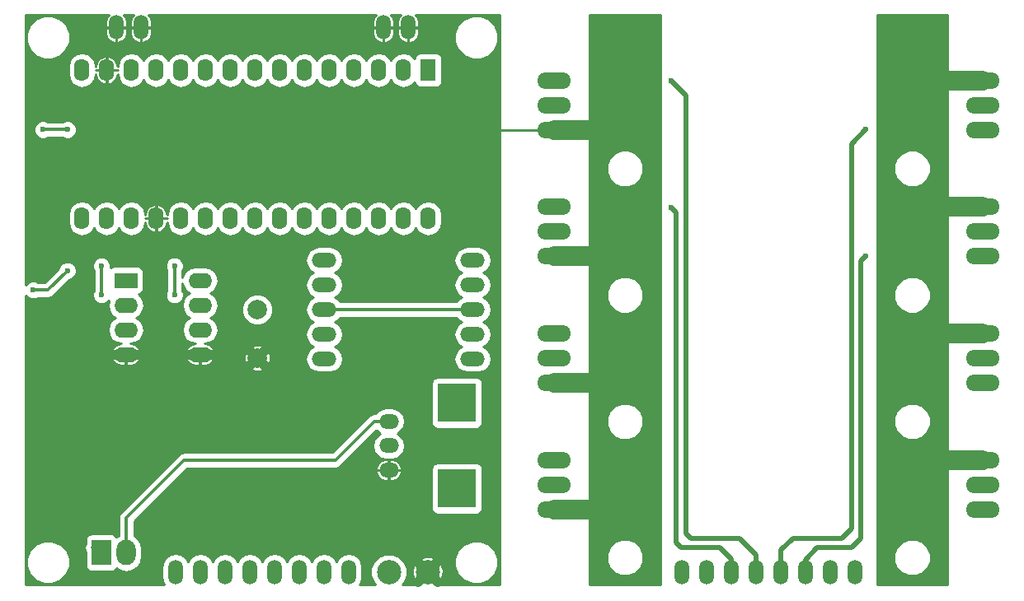
<source format=gbr>
G04 #@! TF.FileFunction,Copper,L2,Bot,Signal*
%FSLAX46Y46*%
G04 Gerber Fmt 4.6, Leading zero omitted, Abs format (unit mm)*
G04 Created by KiCad (PCBNEW 4.0.4-stable) date 03/17/17 17:10:39*
%MOMM*%
%LPD*%
G01*
G04 APERTURE LIST*
%ADD10C,0.100000*%
%ADD11C,2.000000*%
%ADD12O,2.524000X1.524000*%
%ADD13R,2.000000X2.600000*%
%ADD14O,2.000000X2.600000*%
%ADD15R,2.400000X1.600000*%
%ADD16O,2.400000X1.600000*%
%ADD17O,1.520000X2.520000*%
%ADD18O,2.000000X1.524000*%
%ADD19R,4.000000X4.000000*%
%ADD20R,1.574800X2.286000*%
%ADD21O,1.574800X2.286000*%
%ADD22C,2.499360*%
%ADD23O,3.500120X1.699260*%
%ADD24C,0.600000*%
%ADD25C,1.000000*%
%ADD26C,0.350000*%
%ADD27C,0.500000*%
%ADD28C,0.250000*%
%ADD29C,2.000000*%
%ADD30C,0.254000*%
G04 APERTURE END LIST*
D10*
D11*
X94500000Y-101000000D03*
X94500000Y-106000000D03*
D12*
X116620000Y-106080000D03*
X116620000Y-103540000D03*
X116620000Y-101000000D03*
X116620000Y-98460000D03*
X116620000Y-95920000D03*
X101380000Y-95920000D03*
X101380000Y-98460000D03*
X101380000Y-101000000D03*
X101380000Y-103540000D03*
X101380000Y-106080000D03*
D13*
X78500000Y-126000000D03*
D14*
X81040000Y-126000000D03*
D15*
X81000000Y-98000000D03*
D16*
X88620000Y-105620000D03*
X81000000Y-100540000D03*
X88620000Y-103080000D03*
X81000000Y-103080000D03*
X88620000Y-100540000D03*
X81000000Y-105620000D03*
X88620000Y-98000000D03*
D17*
X80000000Y-72000000D03*
X82540000Y-72000000D03*
X110000000Y-72000000D03*
X107460000Y-72000000D03*
D18*
X108000000Y-112500000D03*
X108000000Y-115000000D03*
X108000000Y-117500000D03*
D19*
X115000000Y-119400000D03*
X115000000Y-110600000D03*
D20*
X112050000Y-76380000D03*
D21*
X109510000Y-76380000D03*
X106970000Y-76380000D03*
X104430000Y-76380000D03*
X101890000Y-76380000D03*
X99350000Y-76380000D03*
X96810000Y-76380000D03*
X94270000Y-76380000D03*
X91730000Y-76380000D03*
X89190000Y-76380000D03*
X86650000Y-76380000D03*
X84110000Y-76380000D03*
X81570000Y-76380000D03*
X79030000Y-76380000D03*
X76490000Y-76380000D03*
X76490000Y-91620000D03*
X79030000Y-91620000D03*
X81570000Y-91620000D03*
X84110000Y-91620000D03*
X86650000Y-91620000D03*
X89190000Y-91620000D03*
X91730000Y-91620000D03*
X94270000Y-91620000D03*
X96810000Y-91620000D03*
X99350000Y-91620000D03*
X101890000Y-91620000D03*
X104430000Y-91620000D03*
X106970000Y-91620000D03*
X109510000Y-91620000D03*
X112050000Y-91620000D03*
D22*
X112000000Y-128000000D03*
X108000000Y-128000000D03*
D17*
X132000000Y-72000000D03*
X134540000Y-72000000D03*
X162000000Y-72000000D03*
X159460000Y-72000000D03*
D23*
X169000000Y-119000000D03*
X169000000Y-121540000D03*
X169000000Y-116460000D03*
X169000000Y-106000000D03*
X169000000Y-108540000D03*
X169000000Y-103460000D03*
X169000000Y-93000000D03*
X169000000Y-95540000D03*
X169000000Y-90460000D03*
X169000000Y-80000000D03*
X169000000Y-82540000D03*
X169000000Y-77460000D03*
X125000000Y-80000000D03*
X125000000Y-77460000D03*
X125000000Y-82540000D03*
X125000000Y-93000000D03*
X125000000Y-90460000D03*
X125000000Y-95540000D03*
X125000000Y-106000000D03*
X125000000Y-103460000D03*
X125000000Y-108540000D03*
X125000000Y-119000000D03*
X125000000Y-116460000D03*
X125000000Y-121540000D03*
D17*
X86100000Y-128000000D03*
X88640000Y-128000000D03*
X91180000Y-128000000D03*
X93720000Y-128000000D03*
X96260000Y-128000000D03*
X98800000Y-128000000D03*
X101340000Y-128000000D03*
X103880000Y-128000000D03*
X138100000Y-128000000D03*
X140640000Y-128000000D03*
X143180000Y-128000000D03*
X145720000Y-128000000D03*
X148260000Y-128000000D03*
X150800000Y-128000000D03*
X153340000Y-128000000D03*
X155880000Y-128000000D03*
D24*
X76700000Y-104300000D03*
X75300000Y-104300000D03*
X91000000Y-96000000D03*
X71500000Y-99000000D03*
X75000000Y-97000000D03*
X72500000Y-82500000D03*
X75000000Y-82500000D03*
X86000000Y-96500000D03*
X86000000Y-99500000D03*
X78500000Y-96500000D03*
X78500000Y-99500000D03*
X137000000Y-90500000D03*
X137000000Y-77500000D03*
X157000000Y-82500000D03*
X157000000Y-95500000D03*
D25*
X76400000Y-104300000D02*
X76700000Y-104300000D01*
X75300000Y-104300000D02*
X75300000Y-104250000D01*
X94500000Y-106000000D02*
X93500000Y-107000000D01*
X94500000Y-106000000D02*
X95500000Y-107000000D01*
X94500000Y-106000000D02*
X95500000Y-105000000D01*
X94500000Y-106000000D02*
X93500000Y-105000000D01*
X112000000Y-128000000D02*
X111000000Y-129000000D01*
X112000000Y-128000000D02*
X113000000Y-129000000D01*
X112000000Y-128000000D02*
X113500000Y-126500000D01*
X112000000Y-128000000D02*
X110500000Y-126500000D01*
X81000000Y-105620000D02*
X79120000Y-105620000D01*
X79120000Y-105620000D02*
X79000000Y-105500000D01*
X81000000Y-105620000D02*
X82880000Y-105620000D01*
X82880000Y-105620000D02*
X83000000Y-105500000D01*
X88620000Y-105620000D02*
X90380000Y-105620000D01*
X90380000Y-105620000D02*
X90500000Y-105500000D01*
X88620000Y-105620000D02*
X86620000Y-105620000D01*
X86620000Y-105620000D02*
X86500000Y-105500000D01*
X111500000Y-128000000D02*
X112000000Y-128000000D01*
D26*
X116620000Y-101000000D02*
X101380000Y-101000000D01*
X73000000Y-99000000D02*
X71500000Y-99000000D01*
X75000000Y-97000000D02*
X73000000Y-99000000D01*
X77540000Y-125500000D02*
X78000000Y-125500000D01*
X81040000Y-126000000D02*
X81040000Y-122460000D01*
X106500000Y-112500000D02*
X108000000Y-112500000D01*
X102500000Y-116500000D02*
X106500000Y-112500000D01*
X87000000Y-116500000D02*
X102500000Y-116500000D01*
X81040000Y-122460000D02*
X87000000Y-116500000D01*
X75000000Y-82500000D02*
X72500000Y-82500000D01*
X86000000Y-99500000D02*
X86000000Y-96500000D01*
X78500000Y-99500000D02*
X78500000Y-96500000D01*
D27*
X143180000Y-126680000D02*
X143180000Y-128000000D01*
X142000000Y-125500000D02*
X143180000Y-126680000D01*
X138000000Y-125500000D02*
X142000000Y-125500000D01*
X137500000Y-125000000D02*
X138000000Y-125500000D01*
X137500000Y-91000000D02*
X137500000Y-125000000D01*
X137000000Y-90500000D02*
X137500000Y-91000000D01*
X145720000Y-126220000D02*
X145720000Y-128000000D01*
X144000000Y-124500000D02*
X145720000Y-126220000D01*
X139000000Y-124500000D02*
X144000000Y-124500000D01*
X138500000Y-124000000D02*
X139000000Y-124500000D01*
X138500000Y-79000000D02*
X138500000Y-124000000D01*
X137000000Y-77500000D02*
X138500000Y-79000000D01*
X148260000Y-125740000D02*
X148260000Y-128000000D01*
X149500000Y-124500000D02*
X148260000Y-125740000D01*
X154500000Y-124500000D02*
X149500000Y-124500000D01*
X155500000Y-123500000D02*
X154500000Y-124500000D01*
X155500000Y-84000000D02*
X155500000Y-123500000D01*
X157000000Y-82500000D02*
X155500000Y-84000000D01*
X150800000Y-126700000D02*
X150800000Y-128000000D01*
X152000000Y-125500000D02*
X150800000Y-126700000D01*
X155500000Y-125500000D02*
X152000000Y-125500000D01*
X156500000Y-124500000D02*
X155500000Y-125500000D01*
X156500000Y-96000000D02*
X156500000Y-124500000D01*
X157000000Y-95500000D02*
X156500000Y-96000000D01*
D28*
X125000000Y-82540000D02*
X119460000Y-82540000D01*
X119460000Y-82540000D02*
X119000000Y-83000000D01*
D29*
X125000000Y-108540000D02*
X129210000Y-108540000D01*
X129210000Y-108540000D02*
X129250000Y-108500000D01*
X125000000Y-82540000D02*
X129710000Y-82540000D01*
X129710000Y-82540000D02*
X129750000Y-82500000D01*
X125000000Y-121540000D02*
X129960000Y-121540000D01*
X129960000Y-121540000D02*
X130000000Y-121500000D01*
X169000000Y-116460000D02*
X164290000Y-116460000D01*
X164290000Y-116460000D02*
X164250000Y-116500000D01*
X169000000Y-103460000D02*
X164460000Y-103460000D01*
X164460000Y-103460000D02*
X164250000Y-103250000D01*
X169000000Y-90460000D02*
X164540000Y-90460000D01*
X164540000Y-90460000D02*
X164500000Y-90500000D01*
X169000000Y-77460000D02*
X164290000Y-77460000D01*
X164290000Y-77460000D02*
X164250000Y-77500000D01*
X125000000Y-95540000D02*
X129460000Y-95540000D01*
X129460000Y-95540000D02*
X129500000Y-95500000D01*
D30*
G36*
X79247073Y-70711152D02*
X79002507Y-71059332D01*
X78909800Y-71474600D01*
X78909800Y-71974600D01*
X79974600Y-71974600D01*
X79974600Y-71954600D01*
X80025400Y-71954600D01*
X80025400Y-71974600D01*
X81090200Y-71974600D01*
X81090200Y-71474600D01*
X80997493Y-71059332D01*
X80752927Y-70711152D01*
X80751113Y-70710000D01*
X81788887Y-70710000D01*
X81787073Y-70711152D01*
X81542507Y-71059332D01*
X81449800Y-71474600D01*
X81449800Y-71974600D01*
X82514600Y-71974600D01*
X82514600Y-71954600D01*
X82565400Y-71954600D01*
X82565400Y-71974600D01*
X83630200Y-71974600D01*
X83630200Y-71474600D01*
X83537493Y-71059332D01*
X83292927Y-70711152D01*
X83291113Y-70710000D01*
X106708887Y-70710000D01*
X106707073Y-70711152D01*
X106462507Y-71059332D01*
X106369800Y-71474600D01*
X106369800Y-71974600D01*
X107434600Y-71974600D01*
X107434600Y-71954600D01*
X107485400Y-71954600D01*
X107485400Y-71974600D01*
X108550200Y-71974600D01*
X108550200Y-71474600D01*
X108457493Y-71059332D01*
X108212927Y-70711152D01*
X108211113Y-70710000D01*
X109248887Y-70710000D01*
X109247073Y-70711152D01*
X109002507Y-71059332D01*
X108909800Y-71474600D01*
X108909800Y-71974600D01*
X109974600Y-71974600D01*
X109974600Y-71954600D01*
X110025400Y-71954600D01*
X110025400Y-71974600D01*
X111090200Y-71974600D01*
X111090200Y-71474600D01*
X110997493Y-71059332D01*
X110752927Y-70711152D01*
X110751113Y-70710000D01*
X119373000Y-70710000D01*
X119373000Y-129290000D01*
X112943530Y-129290000D01*
X113062549Y-129098470D01*
X112000000Y-128035921D01*
X110937451Y-129098470D01*
X111056470Y-129290000D01*
X109375415Y-129290000D01*
X109596822Y-129068979D01*
X109884352Y-128376531D01*
X109884438Y-128277045D01*
X110413171Y-128277045D01*
X110639982Y-128863209D01*
X110682041Y-128926156D01*
X110901530Y-129062549D01*
X111964079Y-128000000D01*
X112035921Y-128000000D01*
X113098470Y-129062549D01*
X113317959Y-128926156D01*
X113572060Y-128351296D01*
X113586829Y-127722955D01*
X113478356Y-127442619D01*
X114764613Y-127442619D01*
X115104155Y-128264372D01*
X115732321Y-128893636D01*
X116553481Y-129234611D01*
X117442619Y-129235387D01*
X118264372Y-128895845D01*
X118893636Y-128267679D01*
X119234611Y-127446519D01*
X119235387Y-126557381D01*
X118895845Y-125735628D01*
X118267679Y-125106364D01*
X117446519Y-124765389D01*
X116557381Y-124764613D01*
X115735628Y-125104155D01*
X115106364Y-125732321D01*
X114765389Y-126553481D01*
X114764613Y-127442619D01*
X113478356Y-127442619D01*
X113360018Y-127136791D01*
X113317959Y-127073844D01*
X113098470Y-126937451D01*
X112035921Y-128000000D01*
X111964079Y-128000000D01*
X110901530Y-126937451D01*
X110682041Y-127073844D01*
X110427940Y-127648704D01*
X110413171Y-128277045D01*
X109884438Y-128277045D01*
X109885006Y-127626759D01*
X109598686Y-126933809D01*
X109566464Y-126901530D01*
X110937451Y-126901530D01*
X112000000Y-127964079D01*
X113062549Y-126901530D01*
X112926156Y-126682041D01*
X112351296Y-126427940D01*
X111722955Y-126413171D01*
X111136791Y-126639982D01*
X111073844Y-126682041D01*
X110937451Y-126901530D01*
X109566464Y-126901530D01*
X109068979Y-126403178D01*
X108376531Y-126115648D01*
X107626759Y-126114994D01*
X106933809Y-126401314D01*
X106403178Y-126931021D01*
X106115648Y-127623469D01*
X106114994Y-128373241D01*
X106401314Y-129066191D01*
X106624733Y-129290000D01*
X105022460Y-129290000D01*
X105168812Y-129070968D01*
X105275000Y-128537125D01*
X105275000Y-127462875D01*
X105168812Y-126929032D01*
X104866414Y-126476461D01*
X104413843Y-126174063D01*
X103880000Y-126067875D01*
X103346157Y-126174063D01*
X102893586Y-126476461D01*
X102610000Y-126900878D01*
X102326414Y-126476461D01*
X101873843Y-126174063D01*
X101340000Y-126067875D01*
X100806157Y-126174063D01*
X100353586Y-126476461D01*
X100070000Y-126900878D01*
X99786414Y-126476461D01*
X99333843Y-126174063D01*
X98800000Y-126067875D01*
X98266157Y-126174063D01*
X97813586Y-126476461D01*
X97530000Y-126900878D01*
X97246414Y-126476461D01*
X96793843Y-126174063D01*
X96260000Y-126067875D01*
X95726157Y-126174063D01*
X95273586Y-126476461D01*
X94990000Y-126900878D01*
X94706414Y-126476461D01*
X94253843Y-126174063D01*
X93720000Y-126067875D01*
X93186157Y-126174063D01*
X92733586Y-126476461D01*
X92450000Y-126900878D01*
X92166414Y-126476461D01*
X91713843Y-126174063D01*
X91180000Y-126067875D01*
X90646157Y-126174063D01*
X90193586Y-126476461D01*
X89910000Y-126900878D01*
X89626414Y-126476461D01*
X89173843Y-126174063D01*
X88640000Y-126067875D01*
X88106157Y-126174063D01*
X87653586Y-126476461D01*
X87370000Y-126900878D01*
X87086414Y-126476461D01*
X86633843Y-126174063D01*
X86100000Y-126067875D01*
X85566157Y-126174063D01*
X85113586Y-126476461D01*
X84811188Y-126929032D01*
X84705000Y-127462875D01*
X84705000Y-128537125D01*
X84811188Y-129070968D01*
X84957540Y-129290000D01*
X70710000Y-129290000D01*
X70710000Y-127442619D01*
X70764613Y-127442619D01*
X71104155Y-128264372D01*
X71732321Y-128893636D01*
X72553481Y-129234611D01*
X73442619Y-129235387D01*
X74264372Y-128895845D01*
X74893636Y-128267679D01*
X75234611Y-127446519D01*
X75235387Y-126557381D01*
X74895845Y-125735628D01*
X74660629Y-125500000D01*
X76730000Y-125500000D01*
X76791658Y-125809974D01*
X76852560Y-125901120D01*
X76852560Y-127300000D01*
X76896838Y-127535317D01*
X77035910Y-127751441D01*
X77248110Y-127896431D01*
X77500000Y-127947440D01*
X79500000Y-127947440D01*
X79735317Y-127903162D01*
X79951441Y-127764090D01*
X80056951Y-127609671D01*
X80414313Y-127848452D01*
X81040000Y-127972909D01*
X81665687Y-127848452D01*
X82196120Y-127494029D01*
X82550543Y-126963596D01*
X82675000Y-126337909D01*
X82675000Y-125662091D01*
X82550543Y-125036404D01*
X82196120Y-124505971D01*
X81850000Y-124274702D01*
X81850000Y-122795512D01*
X86949613Y-117695899D01*
X106687512Y-117695899D01*
X106743219Y-117894501D01*
X106971738Y-118254342D01*
X107320567Y-118499341D01*
X107736600Y-118592200D01*
X107974600Y-118592200D01*
X107974600Y-117525400D01*
X108025400Y-117525400D01*
X108025400Y-118592200D01*
X108263400Y-118592200D01*
X108679433Y-118499341D01*
X109028262Y-118254342D01*
X109256781Y-117894501D01*
X109312488Y-117695899D01*
X109247330Y-117525400D01*
X108025400Y-117525400D01*
X107974600Y-117525400D01*
X106752670Y-117525400D01*
X106687512Y-117695899D01*
X86949613Y-117695899D01*
X87335513Y-117310000D01*
X102500000Y-117310000D01*
X102529656Y-117304101D01*
X106687512Y-117304101D01*
X106752670Y-117474600D01*
X107974600Y-117474600D01*
X107974600Y-116407800D01*
X108025400Y-116407800D01*
X108025400Y-117474600D01*
X109247330Y-117474600D01*
X109275839Y-117400000D01*
X112352560Y-117400000D01*
X112352560Y-121400000D01*
X112396838Y-121635317D01*
X112535910Y-121851441D01*
X112748110Y-121996431D01*
X113000000Y-122047440D01*
X117000000Y-122047440D01*
X117235317Y-122003162D01*
X117451441Y-121864090D01*
X117596431Y-121651890D01*
X117647440Y-121400000D01*
X117647440Y-117400000D01*
X117603162Y-117164683D01*
X117464090Y-116948559D01*
X117251890Y-116803569D01*
X117000000Y-116752560D01*
X113000000Y-116752560D01*
X112764683Y-116796838D01*
X112548559Y-116935910D01*
X112403569Y-117148110D01*
X112352560Y-117400000D01*
X109275839Y-117400000D01*
X109312488Y-117304101D01*
X109256781Y-117105499D01*
X109028262Y-116745658D01*
X108679433Y-116500659D01*
X108263400Y-116407800D01*
X108025400Y-116407800D01*
X107974600Y-116407800D01*
X107736600Y-116407800D01*
X107320567Y-116500659D01*
X106971738Y-116745658D01*
X106743219Y-117105499D01*
X106687512Y-117304101D01*
X102529656Y-117304101D01*
X102809974Y-117248342D01*
X103072756Y-117072756D01*
X106708312Y-113437201D01*
X106742140Y-113487828D01*
X107134507Y-113750000D01*
X106742140Y-114012172D01*
X106439308Y-114465391D01*
X106332968Y-115000000D01*
X106439308Y-115534609D01*
X106742140Y-115987828D01*
X107195359Y-116290660D01*
X107729968Y-116397000D01*
X108270032Y-116397000D01*
X108804641Y-116290660D01*
X109257860Y-115987828D01*
X109560692Y-115534609D01*
X109667032Y-115000000D01*
X109560692Y-114465391D01*
X109257860Y-114012172D01*
X108865493Y-113750000D01*
X109257860Y-113487828D01*
X109560692Y-113034609D01*
X109667032Y-112500000D01*
X109560692Y-111965391D01*
X109257860Y-111512172D01*
X108804641Y-111209340D01*
X108270032Y-111103000D01*
X107729968Y-111103000D01*
X107195359Y-111209340D01*
X106742140Y-111512172D01*
X106623319Y-111690000D01*
X106500000Y-111690000D01*
X106190026Y-111751658D01*
X106058635Y-111839451D01*
X105927243Y-111927244D01*
X102164488Y-115690000D01*
X87000000Y-115690000D01*
X86827897Y-115724234D01*
X86690027Y-115751657D01*
X86427244Y-115927243D01*
X80467244Y-121887244D01*
X80291658Y-122150026D01*
X80230000Y-122460000D01*
X80230000Y-124274702D01*
X80055808Y-124391093D01*
X79964090Y-124248559D01*
X79751890Y-124103569D01*
X79500000Y-124052560D01*
X77500000Y-124052560D01*
X77264683Y-124096838D01*
X77048559Y-124235910D01*
X76903569Y-124448110D01*
X76852560Y-124700000D01*
X76852560Y-125098880D01*
X76791658Y-125190026D01*
X76730000Y-125500000D01*
X74660629Y-125500000D01*
X74267679Y-125106364D01*
X73446519Y-124765389D01*
X72557381Y-124764613D01*
X71735628Y-125104155D01*
X71106364Y-125732321D01*
X70765389Y-126553481D01*
X70764613Y-127442619D01*
X70710000Y-127442619D01*
X70710000Y-108600000D01*
X112352560Y-108600000D01*
X112352560Y-112600000D01*
X112396838Y-112835317D01*
X112535910Y-113051441D01*
X112748110Y-113196431D01*
X113000000Y-113247440D01*
X117000000Y-113247440D01*
X117235317Y-113203162D01*
X117451441Y-113064090D01*
X117596431Y-112851890D01*
X117647440Y-112600000D01*
X117647440Y-108600000D01*
X117603162Y-108364683D01*
X117464090Y-108148559D01*
X117251890Y-108003569D01*
X117000000Y-107952560D01*
X113000000Y-107952560D01*
X112764683Y-107996838D01*
X112548559Y-108135910D01*
X112403569Y-108348110D01*
X112352560Y-108600000D01*
X70710000Y-108600000D01*
X70710000Y-106918431D01*
X93617490Y-106918431D01*
X93723499Y-107111975D01*
X94208141Y-107324485D01*
X94737216Y-107335354D01*
X95230177Y-107142928D01*
X95276501Y-107111975D01*
X95382510Y-106918431D01*
X94500000Y-106035921D01*
X93617490Y-106918431D01*
X70710000Y-106918431D01*
X70710000Y-105821845D01*
X79487970Y-105821845D01*
X79546112Y-106029042D01*
X79782868Y-106401211D01*
X80144025Y-106654448D01*
X80574600Y-106750200D01*
X80974600Y-106750200D01*
X80974600Y-105645400D01*
X81025400Y-105645400D01*
X81025400Y-106750200D01*
X81425400Y-106750200D01*
X81855975Y-106654448D01*
X82217132Y-106401211D01*
X82453888Y-106029042D01*
X82512030Y-105821845D01*
X87107970Y-105821845D01*
X87166112Y-106029042D01*
X87402868Y-106401211D01*
X87764025Y-106654448D01*
X88194600Y-106750200D01*
X88594600Y-106750200D01*
X88594600Y-105645400D01*
X88645400Y-105645400D01*
X88645400Y-106750200D01*
X89045400Y-106750200D01*
X89475975Y-106654448D01*
X89837132Y-106401211D01*
X89941457Y-106237216D01*
X93164646Y-106237216D01*
X93357072Y-106730177D01*
X93388025Y-106776501D01*
X93581569Y-106882510D01*
X94464079Y-106000000D01*
X94535921Y-106000000D01*
X95418431Y-106882510D01*
X95611975Y-106776501D01*
X95824485Y-106291859D01*
X95835354Y-105762784D01*
X95642928Y-105269823D01*
X95611975Y-105223499D01*
X95418431Y-105117490D01*
X94535921Y-106000000D01*
X94464079Y-106000000D01*
X93581569Y-105117490D01*
X93388025Y-105223499D01*
X93175515Y-105708141D01*
X93164646Y-106237216D01*
X89941457Y-106237216D01*
X90073888Y-106029042D01*
X90132030Y-105821845D01*
X90067342Y-105645400D01*
X88645400Y-105645400D01*
X88594600Y-105645400D01*
X87172658Y-105645400D01*
X87107970Y-105821845D01*
X82512030Y-105821845D01*
X82447342Y-105645400D01*
X81025400Y-105645400D01*
X80974600Y-105645400D01*
X79552658Y-105645400D01*
X79487970Y-105821845D01*
X70710000Y-105821845D01*
X70710000Y-99532065D01*
X70969673Y-99792192D01*
X71313201Y-99934838D01*
X71685167Y-99935162D01*
X71988083Y-99810000D01*
X73000000Y-99810000D01*
X73309974Y-99748342D01*
X73572756Y-99572756D01*
X75228084Y-97917429D01*
X75528943Y-97793117D01*
X75792192Y-97530327D01*
X75934838Y-97186799D01*
X75935162Y-96814833D01*
X75881586Y-96685167D01*
X77564838Y-96685167D01*
X77690000Y-96988083D01*
X77690000Y-99012559D01*
X77565162Y-99313201D01*
X77564838Y-99685167D01*
X77706883Y-100028943D01*
X77969673Y-100292192D01*
X78313201Y-100434838D01*
X78685167Y-100435162D01*
X79028943Y-100293117D01*
X79215128Y-100107257D01*
X79129050Y-100540000D01*
X79238283Y-101089151D01*
X79549352Y-101554698D01*
X79931438Y-101810000D01*
X79549352Y-102065302D01*
X79238283Y-102530849D01*
X79129050Y-103080000D01*
X79238283Y-103629151D01*
X79549352Y-104094698D01*
X80014899Y-104405767D01*
X80509803Y-104504210D01*
X80144025Y-104585552D01*
X79782868Y-104838789D01*
X79546112Y-105210958D01*
X79487970Y-105418155D01*
X79552658Y-105594600D01*
X80974600Y-105594600D01*
X80974600Y-105574600D01*
X81025400Y-105574600D01*
X81025400Y-105594600D01*
X82447342Y-105594600D01*
X82512030Y-105418155D01*
X82453888Y-105210958D01*
X82217132Y-104838789D01*
X81855975Y-104585552D01*
X81490197Y-104504210D01*
X81985101Y-104405767D01*
X82450648Y-104094698D01*
X82761717Y-103629151D01*
X82870950Y-103080000D01*
X82761717Y-102530849D01*
X82450648Y-102065302D01*
X82068562Y-101810000D01*
X82450648Y-101554698D01*
X82761717Y-101089151D01*
X82870950Y-100540000D01*
X82761717Y-99990849D01*
X82450648Y-99525302D01*
X82304650Y-99427749D01*
X82435317Y-99403162D01*
X82651441Y-99264090D01*
X82796431Y-99051890D01*
X82847440Y-98800000D01*
X82847440Y-97200000D01*
X82803162Y-96964683D01*
X82664090Y-96748559D01*
X82571313Y-96685167D01*
X85064838Y-96685167D01*
X85190000Y-96988083D01*
X85190000Y-99012559D01*
X85065162Y-99313201D01*
X85064838Y-99685167D01*
X85206883Y-100028943D01*
X85469673Y-100292192D01*
X85813201Y-100434838D01*
X86185167Y-100435162D01*
X86528943Y-100293117D01*
X86792192Y-100030327D01*
X86934838Y-99686799D01*
X86935162Y-99314833D01*
X86810000Y-99011917D01*
X86810000Y-98306416D01*
X86858283Y-98549151D01*
X87169352Y-99014698D01*
X87551438Y-99270000D01*
X87169352Y-99525302D01*
X86858283Y-99990849D01*
X86749050Y-100540000D01*
X86858283Y-101089151D01*
X87169352Y-101554698D01*
X87551438Y-101810000D01*
X87169352Y-102065302D01*
X86858283Y-102530849D01*
X86749050Y-103080000D01*
X86858283Y-103629151D01*
X87169352Y-104094698D01*
X87634899Y-104405767D01*
X88129803Y-104504210D01*
X87764025Y-104585552D01*
X87402868Y-104838789D01*
X87166112Y-105210958D01*
X87107970Y-105418155D01*
X87172658Y-105594600D01*
X88594600Y-105594600D01*
X88594600Y-105574600D01*
X88645400Y-105574600D01*
X88645400Y-105594600D01*
X90067342Y-105594600D01*
X90132030Y-105418155D01*
X90073888Y-105210958D01*
X89991577Y-105081569D01*
X93617490Y-105081569D01*
X94500000Y-105964079D01*
X95382510Y-105081569D01*
X95276501Y-104888025D01*
X94791859Y-104675515D01*
X94262784Y-104664646D01*
X93769823Y-104857072D01*
X93723499Y-104888025D01*
X93617490Y-105081569D01*
X89991577Y-105081569D01*
X89837132Y-104838789D01*
X89475975Y-104585552D01*
X89110197Y-104504210D01*
X89605101Y-104405767D01*
X90070648Y-104094698D01*
X90381717Y-103629151D01*
X90490950Y-103080000D01*
X90381717Y-102530849D01*
X90070648Y-102065302D01*
X89688562Y-101810000D01*
X90070648Y-101554698D01*
X90224932Y-101323795D01*
X92864716Y-101323795D01*
X93113106Y-101924943D01*
X93572637Y-102385278D01*
X94173352Y-102634716D01*
X94823795Y-102635284D01*
X95424943Y-102386894D01*
X95885278Y-101927363D01*
X96134716Y-101326648D01*
X96135284Y-100676205D01*
X95886894Y-100075057D01*
X95427363Y-99614722D01*
X94826648Y-99365284D01*
X94176205Y-99364716D01*
X93575057Y-99613106D01*
X93114722Y-100072637D01*
X92865284Y-100673352D01*
X92864716Y-101323795D01*
X90224932Y-101323795D01*
X90381717Y-101089151D01*
X90490950Y-100540000D01*
X90381717Y-99990849D01*
X90070648Y-99525302D01*
X89688562Y-99270000D01*
X90070648Y-99014698D01*
X90381717Y-98549151D01*
X90490950Y-98000000D01*
X90381717Y-97450849D01*
X90070648Y-96985302D01*
X89605101Y-96674233D01*
X89055950Y-96565000D01*
X88184050Y-96565000D01*
X87634899Y-96674233D01*
X87169352Y-96985302D01*
X86858283Y-97450849D01*
X86810000Y-97693584D01*
X86810000Y-96987441D01*
X86934838Y-96686799D01*
X86935162Y-96314833D01*
X86793117Y-95971057D01*
X86742150Y-95920000D01*
X99445836Y-95920000D01*
X99552176Y-96454609D01*
X99855008Y-96907828D01*
X100277307Y-97190000D01*
X99855008Y-97472172D01*
X99552176Y-97925391D01*
X99445836Y-98460000D01*
X99552176Y-98994609D01*
X99855008Y-99447828D01*
X100277307Y-99730000D01*
X99855008Y-100012172D01*
X99552176Y-100465391D01*
X99445836Y-101000000D01*
X99552176Y-101534609D01*
X99855008Y-101987828D01*
X100277307Y-102270000D01*
X99855008Y-102552172D01*
X99552176Y-103005391D01*
X99445836Y-103540000D01*
X99552176Y-104074609D01*
X99855008Y-104527828D01*
X100277307Y-104810000D01*
X99855008Y-105092172D01*
X99552176Y-105545391D01*
X99445836Y-106080000D01*
X99552176Y-106614609D01*
X99855008Y-107067828D01*
X100308227Y-107370660D01*
X100842836Y-107477000D01*
X101917164Y-107477000D01*
X102451773Y-107370660D01*
X102904992Y-107067828D01*
X103207824Y-106614609D01*
X103314164Y-106080000D01*
X103207824Y-105545391D01*
X102904992Y-105092172D01*
X102482693Y-104810000D01*
X102904992Y-104527828D01*
X103207824Y-104074609D01*
X103314164Y-103540000D01*
X103207824Y-103005391D01*
X102904992Y-102552172D01*
X102482693Y-102270000D01*
X102904992Y-101987828D01*
X103023813Y-101810000D01*
X114976187Y-101810000D01*
X115095008Y-101987828D01*
X115517307Y-102270000D01*
X115095008Y-102552172D01*
X114792176Y-103005391D01*
X114685836Y-103540000D01*
X114792176Y-104074609D01*
X115095008Y-104527828D01*
X115517307Y-104810000D01*
X115095008Y-105092172D01*
X114792176Y-105545391D01*
X114685836Y-106080000D01*
X114792176Y-106614609D01*
X115095008Y-107067828D01*
X115548227Y-107370660D01*
X116082836Y-107477000D01*
X117157164Y-107477000D01*
X117691773Y-107370660D01*
X118144992Y-107067828D01*
X118447824Y-106614609D01*
X118554164Y-106080000D01*
X118447824Y-105545391D01*
X118144992Y-105092172D01*
X117722693Y-104810000D01*
X118144992Y-104527828D01*
X118447824Y-104074609D01*
X118554164Y-103540000D01*
X118447824Y-103005391D01*
X118144992Y-102552172D01*
X117722693Y-102270000D01*
X118144992Y-101987828D01*
X118447824Y-101534609D01*
X118554164Y-101000000D01*
X118447824Y-100465391D01*
X118144992Y-100012172D01*
X117722693Y-99730000D01*
X118144992Y-99447828D01*
X118447824Y-98994609D01*
X118554164Y-98460000D01*
X118447824Y-97925391D01*
X118144992Y-97472172D01*
X117722693Y-97190000D01*
X118144992Y-96907828D01*
X118447824Y-96454609D01*
X118554164Y-95920000D01*
X118447824Y-95385391D01*
X118144992Y-94932172D01*
X117691773Y-94629340D01*
X117157164Y-94523000D01*
X116082836Y-94523000D01*
X115548227Y-94629340D01*
X115095008Y-94932172D01*
X114792176Y-95385391D01*
X114685836Y-95920000D01*
X114792176Y-96454609D01*
X115095008Y-96907828D01*
X115517307Y-97190000D01*
X115095008Y-97472172D01*
X114792176Y-97925391D01*
X114685836Y-98460000D01*
X114792176Y-98994609D01*
X115095008Y-99447828D01*
X115517307Y-99730000D01*
X115095008Y-100012172D01*
X114976187Y-100190000D01*
X103023813Y-100190000D01*
X102904992Y-100012172D01*
X102482693Y-99730000D01*
X102904992Y-99447828D01*
X103207824Y-98994609D01*
X103314164Y-98460000D01*
X103207824Y-97925391D01*
X102904992Y-97472172D01*
X102482693Y-97190000D01*
X102904992Y-96907828D01*
X103207824Y-96454609D01*
X103314164Y-95920000D01*
X103207824Y-95385391D01*
X102904992Y-94932172D01*
X102451773Y-94629340D01*
X101917164Y-94523000D01*
X100842836Y-94523000D01*
X100308227Y-94629340D01*
X99855008Y-94932172D01*
X99552176Y-95385391D01*
X99445836Y-95920000D01*
X86742150Y-95920000D01*
X86530327Y-95707808D01*
X86186799Y-95565162D01*
X85814833Y-95564838D01*
X85471057Y-95706883D01*
X85207808Y-95969673D01*
X85065162Y-96313201D01*
X85064838Y-96685167D01*
X82571313Y-96685167D01*
X82451890Y-96603569D01*
X82200000Y-96552560D01*
X79800000Y-96552560D01*
X79564683Y-96596838D01*
X79434844Y-96680387D01*
X79435162Y-96314833D01*
X79293117Y-95971057D01*
X79030327Y-95707808D01*
X78686799Y-95565162D01*
X78314833Y-95564838D01*
X77971057Y-95706883D01*
X77707808Y-95969673D01*
X77565162Y-96313201D01*
X77564838Y-96685167D01*
X75881586Y-96685167D01*
X75793117Y-96471057D01*
X75530327Y-96207808D01*
X75186799Y-96065162D01*
X74814833Y-96064838D01*
X74471057Y-96206883D01*
X74207808Y-96469673D01*
X74082116Y-96772371D01*
X72664488Y-98190000D01*
X71987441Y-98190000D01*
X71686799Y-98065162D01*
X71314833Y-98064838D01*
X70971057Y-98206883D01*
X70710000Y-98467485D01*
X70710000Y-91229567D01*
X75067600Y-91229567D01*
X75067600Y-92010433D01*
X75175874Y-92554762D01*
X75484211Y-93016222D01*
X75945671Y-93324559D01*
X76490000Y-93432833D01*
X77034329Y-93324559D01*
X77495789Y-93016222D01*
X77760000Y-92620801D01*
X78024211Y-93016222D01*
X78485671Y-93324559D01*
X79030000Y-93432833D01*
X79574329Y-93324559D01*
X80035789Y-93016222D01*
X80300000Y-92620801D01*
X80564211Y-93016222D01*
X81025671Y-93324559D01*
X81570000Y-93432833D01*
X82114329Y-93324559D01*
X82575789Y-93016222D01*
X82884126Y-92554762D01*
X82992400Y-92010433D01*
X82992400Y-92001000D01*
X83087192Y-92426754D01*
X83337698Y-92783824D01*
X83705780Y-93017849D01*
X83910127Y-93075182D01*
X84084600Y-93010338D01*
X84084600Y-91645400D01*
X82992400Y-91645400D01*
X82992400Y-91594600D01*
X84084600Y-91594600D01*
X84084600Y-90229662D01*
X84135400Y-90229662D01*
X84135400Y-91594600D01*
X85227600Y-91594600D01*
X85227600Y-91645400D01*
X84135400Y-91645400D01*
X84135400Y-93010338D01*
X84309873Y-93075182D01*
X84514220Y-93017849D01*
X84882302Y-92783824D01*
X85132808Y-92426754D01*
X85227600Y-92001000D01*
X85227600Y-92010433D01*
X85335874Y-92554762D01*
X85644211Y-93016222D01*
X86105671Y-93324559D01*
X86650000Y-93432833D01*
X87194329Y-93324559D01*
X87655789Y-93016222D01*
X87920000Y-92620801D01*
X88184211Y-93016222D01*
X88645671Y-93324559D01*
X89190000Y-93432833D01*
X89734329Y-93324559D01*
X90195789Y-93016222D01*
X90460000Y-92620801D01*
X90724211Y-93016222D01*
X91185671Y-93324559D01*
X91730000Y-93432833D01*
X92274329Y-93324559D01*
X92735789Y-93016222D01*
X93000000Y-92620801D01*
X93264211Y-93016222D01*
X93725671Y-93324559D01*
X94270000Y-93432833D01*
X94814329Y-93324559D01*
X95275789Y-93016222D01*
X95540000Y-92620801D01*
X95804211Y-93016222D01*
X96265671Y-93324559D01*
X96810000Y-93432833D01*
X97354329Y-93324559D01*
X97815789Y-93016222D01*
X98080000Y-92620801D01*
X98344211Y-93016222D01*
X98805671Y-93324559D01*
X99350000Y-93432833D01*
X99894329Y-93324559D01*
X100355789Y-93016222D01*
X100620000Y-92620801D01*
X100884211Y-93016222D01*
X101345671Y-93324559D01*
X101890000Y-93432833D01*
X102434329Y-93324559D01*
X102895789Y-93016222D01*
X103160000Y-92620801D01*
X103424211Y-93016222D01*
X103885671Y-93324559D01*
X104430000Y-93432833D01*
X104974329Y-93324559D01*
X105435789Y-93016222D01*
X105700000Y-92620801D01*
X105964211Y-93016222D01*
X106425671Y-93324559D01*
X106970000Y-93432833D01*
X107514329Y-93324559D01*
X107975789Y-93016222D01*
X108240000Y-92620801D01*
X108504211Y-93016222D01*
X108965671Y-93324559D01*
X109510000Y-93432833D01*
X110054329Y-93324559D01*
X110515789Y-93016222D01*
X110780000Y-92620801D01*
X111044211Y-93016222D01*
X111505671Y-93324559D01*
X112050000Y-93432833D01*
X112594329Y-93324559D01*
X113055789Y-93016222D01*
X113364126Y-92554762D01*
X113472400Y-92010433D01*
X113472400Y-91229567D01*
X113364126Y-90685238D01*
X113055789Y-90223778D01*
X112594329Y-89915441D01*
X112050000Y-89807167D01*
X111505671Y-89915441D01*
X111044211Y-90223778D01*
X110780000Y-90619199D01*
X110515789Y-90223778D01*
X110054329Y-89915441D01*
X109510000Y-89807167D01*
X108965671Y-89915441D01*
X108504211Y-90223778D01*
X108240000Y-90619199D01*
X107975789Y-90223778D01*
X107514329Y-89915441D01*
X106970000Y-89807167D01*
X106425671Y-89915441D01*
X105964211Y-90223778D01*
X105700000Y-90619199D01*
X105435789Y-90223778D01*
X104974329Y-89915441D01*
X104430000Y-89807167D01*
X103885671Y-89915441D01*
X103424211Y-90223778D01*
X103160000Y-90619199D01*
X102895789Y-90223778D01*
X102434329Y-89915441D01*
X101890000Y-89807167D01*
X101345671Y-89915441D01*
X100884211Y-90223778D01*
X100620000Y-90619199D01*
X100355789Y-90223778D01*
X99894329Y-89915441D01*
X99350000Y-89807167D01*
X98805671Y-89915441D01*
X98344211Y-90223778D01*
X98080000Y-90619199D01*
X97815789Y-90223778D01*
X97354329Y-89915441D01*
X96810000Y-89807167D01*
X96265671Y-89915441D01*
X95804211Y-90223778D01*
X95540000Y-90619199D01*
X95275789Y-90223778D01*
X94814329Y-89915441D01*
X94270000Y-89807167D01*
X93725671Y-89915441D01*
X93264211Y-90223778D01*
X93000000Y-90619199D01*
X92735789Y-90223778D01*
X92274329Y-89915441D01*
X91730000Y-89807167D01*
X91185671Y-89915441D01*
X90724211Y-90223778D01*
X90460000Y-90619199D01*
X90195789Y-90223778D01*
X89734329Y-89915441D01*
X89190000Y-89807167D01*
X88645671Y-89915441D01*
X88184211Y-90223778D01*
X87920000Y-90619199D01*
X87655789Y-90223778D01*
X87194329Y-89915441D01*
X86650000Y-89807167D01*
X86105671Y-89915441D01*
X85644211Y-90223778D01*
X85335874Y-90685238D01*
X85227600Y-91229567D01*
X85227600Y-91239000D01*
X85132808Y-90813246D01*
X84882302Y-90456176D01*
X84514220Y-90222151D01*
X84309873Y-90164818D01*
X84135400Y-90229662D01*
X84084600Y-90229662D01*
X83910127Y-90164818D01*
X83705780Y-90222151D01*
X83337698Y-90456176D01*
X83087192Y-90813246D01*
X82992400Y-91239000D01*
X82992400Y-91229567D01*
X82884126Y-90685238D01*
X82575789Y-90223778D01*
X82114329Y-89915441D01*
X81570000Y-89807167D01*
X81025671Y-89915441D01*
X80564211Y-90223778D01*
X80300000Y-90619199D01*
X80035789Y-90223778D01*
X79574329Y-89915441D01*
X79030000Y-89807167D01*
X78485671Y-89915441D01*
X78024211Y-90223778D01*
X77760000Y-90619199D01*
X77495789Y-90223778D01*
X77034329Y-89915441D01*
X76490000Y-89807167D01*
X75945671Y-89915441D01*
X75484211Y-90223778D01*
X75175874Y-90685238D01*
X75067600Y-91229567D01*
X70710000Y-91229567D01*
X70710000Y-82685167D01*
X71564838Y-82685167D01*
X71706883Y-83028943D01*
X71969673Y-83292192D01*
X72313201Y-83434838D01*
X72685167Y-83435162D01*
X72988083Y-83310000D01*
X74512559Y-83310000D01*
X74813201Y-83434838D01*
X75185167Y-83435162D01*
X75528943Y-83293117D01*
X75792192Y-83030327D01*
X75934838Y-82686799D01*
X75935162Y-82314833D01*
X75793117Y-81971057D01*
X75530327Y-81707808D01*
X75186799Y-81565162D01*
X74814833Y-81564838D01*
X74511917Y-81690000D01*
X72987441Y-81690000D01*
X72686799Y-81565162D01*
X72314833Y-81564838D01*
X71971057Y-81706883D01*
X71707808Y-81969673D01*
X71565162Y-82313201D01*
X71564838Y-82685167D01*
X70710000Y-82685167D01*
X70710000Y-75989567D01*
X75067600Y-75989567D01*
X75067600Y-76770433D01*
X75175874Y-77314762D01*
X75484211Y-77776222D01*
X75945671Y-78084559D01*
X76490000Y-78192833D01*
X77034329Y-78084559D01*
X77495789Y-77776222D01*
X77804126Y-77314762D01*
X77912400Y-76770433D01*
X77912400Y-76761000D01*
X78007192Y-77186754D01*
X78257698Y-77543824D01*
X78625780Y-77777849D01*
X78830127Y-77835182D01*
X79004600Y-77770338D01*
X79004600Y-76405400D01*
X77912400Y-76405400D01*
X77912400Y-76354600D01*
X79004600Y-76354600D01*
X79004600Y-74989662D01*
X79055400Y-74989662D01*
X79055400Y-76354600D01*
X80147600Y-76354600D01*
X80147600Y-76405400D01*
X79055400Y-76405400D01*
X79055400Y-77770338D01*
X79229873Y-77835182D01*
X79434220Y-77777849D01*
X79802302Y-77543824D01*
X80052808Y-77186754D01*
X80147600Y-76761000D01*
X80147600Y-76770433D01*
X80255874Y-77314762D01*
X80564211Y-77776222D01*
X81025671Y-78084559D01*
X81570000Y-78192833D01*
X82114329Y-78084559D01*
X82575789Y-77776222D01*
X82840000Y-77380801D01*
X83104211Y-77776222D01*
X83565671Y-78084559D01*
X84110000Y-78192833D01*
X84654329Y-78084559D01*
X85115789Y-77776222D01*
X85380000Y-77380801D01*
X85644211Y-77776222D01*
X86105671Y-78084559D01*
X86650000Y-78192833D01*
X87194329Y-78084559D01*
X87655789Y-77776222D01*
X87920000Y-77380801D01*
X88184211Y-77776222D01*
X88645671Y-78084559D01*
X89190000Y-78192833D01*
X89734329Y-78084559D01*
X90195789Y-77776222D01*
X90460000Y-77380801D01*
X90724211Y-77776222D01*
X91185671Y-78084559D01*
X91730000Y-78192833D01*
X92274329Y-78084559D01*
X92735789Y-77776222D01*
X93000000Y-77380801D01*
X93264211Y-77776222D01*
X93725671Y-78084559D01*
X94270000Y-78192833D01*
X94814329Y-78084559D01*
X95275789Y-77776222D01*
X95540000Y-77380801D01*
X95804211Y-77776222D01*
X96265671Y-78084559D01*
X96810000Y-78192833D01*
X97354329Y-78084559D01*
X97815789Y-77776222D01*
X98080000Y-77380801D01*
X98344211Y-77776222D01*
X98805671Y-78084559D01*
X99350000Y-78192833D01*
X99894329Y-78084559D01*
X100355789Y-77776222D01*
X100620000Y-77380801D01*
X100884211Y-77776222D01*
X101345671Y-78084559D01*
X101890000Y-78192833D01*
X102434329Y-78084559D01*
X102895789Y-77776222D01*
X103160000Y-77380801D01*
X103424211Y-77776222D01*
X103885671Y-78084559D01*
X104430000Y-78192833D01*
X104974329Y-78084559D01*
X105435789Y-77776222D01*
X105700000Y-77380801D01*
X105964211Y-77776222D01*
X106425671Y-78084559D01*
X106970000Y-78192833D01*
X107514329Y-78084559D01*
X107975789Y-77776222D01*
X108240000Y-77380801D01*
X108504211Y-77776222D01*
X108965671Y-78084559D01*
X109510000Y-78192833D01*
X110054329Y-78084559D01*
X110515789Y-77776222D01*
X110630503Y-77604540D01*
X110659438Y-77758317D01*
X110798510Y-77974441D01*
X111010710Y-78119431D01*
X111262600Y-78170440D01*
X112837400Y-78170440D01*
X113072717Y-78126162D01*
X113288841Y-77987090D01*
X113433831Y-77774890D01*
X113484840Y-77523000D01*
X113484840Y-75237000D01*
X113440562Y-75001683D01*
X113301490Y-74785559D01*
X113089290Y-74640569D01*
X112837400Y-74589560D01*
X111262600Y-74589560D01*
X111027283Y-74633838D01*
X110811159Y-74772910D01*
X110666169Y-74985110D01*
X110631400Y-75156803D01*
X110515789Y-74983778D01*
X110054329Y-74675441D01*
X109510000Y-74567167D01*
X108965671Y-74675441D01*
X108504211Y-74983778D01*
X108240000Y-75379199D01*
X107975789Y-74983778D01*
X107514329Y-74675441D01*
X106970000Y-74567167D01*
X106425671Y-74675441D01*
X105964211Y-74983778D01*
X105700000Y-75379199D01*
X105435789Y-74983778D01*
X104974329Y-74675441D01*
X104430000Y-74567167D01*
X103885671Y-74675441D01*
X103424211Y-74983778D01*
X103160000Y-75379199D01*
X102895789Y-74983778D01*
X102434329Y-74675441D01*
X101890000Y-74567167D01*
X101345671Y-74675441D01*
X100884211Y-74983778D01*
X100620000Y-75379199D01*
X100355789Y-74983778D01*
X99894329Y-74675441D01*
X99350000Y-74567167D01*
X98805671Y-74675441D01*
X98344211Y-74983778D01*
X98080000Y-75379199D01*
X97815789Y-74983778D01*
X97354329Y-74675441D01*
X96810000Y-74567167D01*
X96265671Y-74675441D01*
X95804211Y-74983778D01*
X95540000Y-75379199D01*
X95275789Y-74983778D01*
X94814329Y-74675441D01*
X94270000Y-74567167D01*
X93725671Y-74675441D01*
X93264211Y-74983778D01*
X93000000Y-75379199D01*
X92735789Y-74983778D01*
X92274329Y-74675441D01*
X91730000Y-74567167D01*
X91185671Y-74675441D01*
X90724211Y-74983778D01*
X90460000Y-75379199D01*
X90195789Y-74983778D01*
X89734329Y-74675441D01*
X89190000Y-74567167D01*
X88645671Y-74675441D01*
X88184211Y-74983778D01*
X87920000Y-75379199D01*
X87655789Y-74983778D01*
X87194329Y-74675441D01*
X86650000Y-74567167D01*
X86105671Y-74675441D01*
X85644211Y-74983778D01*
X85380000Y-75379199D01*
X85115789Y-74983778D01*
X84654329Y-74675441D01*
X84110000Y-74567167D01*
X83565671Y-74675441D01*
X83104211Y-74983778D01*
X82840000Y-75379199D01*
X82575789Y-74983778D01*
X82114329Y-74675441D01*
X81570000Y-74567167D01*
X81025671Y-74675441D01*
X80564211Y-74983778D01*
X80255874Y-75445238D01*
X80147600Y-75989567D01*
X80147600Y-75999000D01*
X80052808Y-75573246D01*
X79802302Y-75216176D01*
X79434220Y-74982151D01*
X79229873Y-74924818D01*
X79055400Y-74989662D01*
X79004600Y-74989662D01*
X78830127Y-74924818D01*
X78625780Y-74982151D01*
X78257698Y-75216176D01*
X78007192Y-75573246D01*
X77912400Y-75999000D01*
X77912400Y-75989567D01*
X77804126Y-75445238D01*
X77495789Y-74983778D01*
X77034329Y-74675441D01*
X76490000Y-74567167D01*
X75945671Y-74675441D01*
X75484211Y-74983778D01*
X75175874Y-75445238D01*
X75067600Y-75989567D01*
X70710000Y-75989567D01*
X70710000Y-73442619D01*
X70764613Y-73442619D01*
X71104155Y-74264372D01*
X71732321Y-74893636D01*
X72553481Y-75234611D01*
X73442619Y-75235387D01*
X74264372Y-74895845D01*
X74893636Y-74267679D01*
X75234611Y-73446519D01*
X75235387Y-72557381D01*
X75015577Y-72025400D01*
X78909800Y-72025400D01*
X78909800Y-72525400D01*
X79002507Y-72940668D01*
X79247073Y-73288848D01*
X79606265Y-73516933D01*
X79804414Y-73572512D01*
X79974600Y-73507330D01*
X79974600Y-72025400D01*
X80025400Y-72025400D01*
X80025400Y-73507330D01*
X80195586Y-73572512D01*
X80393735Y-73516933D01*
X80752927Y-73288848D01*
X80997493Y-72940668D01*
X81090200Y-72525400D01*
X81090200Y-72025400D01*
X81449800Y-72025400D01*
X81449800Y-72525400D01*
X81542507Y-72940668D01*
X81787073Y-73288848D01*
X82146265Y-73516933D01*
X82344414Y-73572512D01*
X82514600Y-73507330D01*
X82514600Y-72025400D01*
X82565400Y-72025400D01*
X82565400Y-73507330D01*
X82735586Y-73572512D01*
X82933735Y-73516933D01*
X83292927Y-73288848D01*
X83537493Y-72940668D01*
X83630200Y-72525400D01*
X83630200Y-72025400D01*
X106369800Y-72025400D01*
X106369800Y-72525400D01*
X106462507Y-72940668D01*
X106707073Y-73288848D01*
X107066265Y-73516933D01*
X107264414Y-73572512D01*
X107434600Y-73507330D01*
X107434600Y-72025400D01*
X107485400Y-72025400D01*
X107485400Y-73507330D01*
X107655586Y-73572512D01*
X107853735Y-73516933D01*
X108212927Y-73288848D01*
X108457493Y-72940668D01*
X108550200Y-72525400D01*
X108550200Y-72025400D01*
X108909800Y-72025400D01*
X108909800Y-72525400D01*
X109002507Y-72940668D01*
X109247073Y-73288848D01*
X109606265Y-73516933D01*
X109804414Y-73572512D01*
X109974600Y-73507330D01*
X109974600Y-72025400D01*
X110025400Y-72025400D01*
X110025400Y-73507330D01*
X110195586Y-73572512D01*
X110393735Y-73516933D01*
X110510765Y-73442619D01*
X114764613Y-73442619D01*
X115104155Y-74264372D01*
X115732321Y-74893636D01*
X116553481Y-75234611D01*
X117442619Y-75235387D01*
X118264372Y-74895845D01*
X118893636Y-74267679D01*
X119234611Y-73446519D01*
X119235387Y-72557381D01*
X118895845Y-71735628D01*
X118267679Y-71106364D01*
X117446519Y-70765389D01*
X116557381Y-70764613D01*
X115735628Y-71104155D01*
X115106364Y-71732321D01*
X114765389Y-72553481D01*
X114764613Y-73442619D01*
X110510765Y-73442619D01*
X110752927Y-73288848D01*
X110997493Y-72940668D01*
X111090200Y-72525400D01*
X111090200Y-72025400D01*
X110025400Y-72025400D01*
X109974600Y-72025400D01*
X108909800Y-72025400D01*
X108550200Y-72025400D01*
X107485400Y-72025400D01*
X107434600Y-72025400D01*
X106369800Y-72025400D01*
X83630200Y-72025400D01*
X82565400Y-72025400D01*
X82514600Y-72025400D01*
X81449800Y-72025400D01*
X81090200Y-72025400D01*
X80025400Y-72025400D01*
X79974600Y-72025400D01*
X78909800Y-72025400D01*
X75015577Y-72025400D01*
X74895845Y-71735628D01*
X74267679Y-71106364D01*
X73446519Y-70765389D01*
X72557381Y-70764613D01*
X71735628Y-71104155D01*
X71106364Y-71732321D01*
X70765389Y-72553481D01*
X70764613Y-73442619D01*
X70710000Y-73442619D01*
X70710000Y-70710000D01*
X79248887Y-70710000D01*
X79247073Y-70711152D01*
X79247073Y-70711152D01*
G37*
X79247073Y-70711152D02*
X79002507Y-71059332D01*
X78909800Y-71474600D01*
X78909800Y-71974600D01*
X79974600Y-71974600D01*
X79974600Y-71954600D01*
X80025400Y-71954600D01*
X80025400Y-71974600D01*
X81090200Y-71974600D01*
X81090200Y-71474600D01*
X80997493Y-71059332D01*
X80752927Y-70711152D01*
X80751113Y-70710000D01*
X81788887Y-70710000D01*
X81787073Y-70711152D01*
X81542507Y-71059332D01*
X81449800Y-71474600D01*
X81449800Y-71974600D01*
X82514600Y-71974600D01*
X82514600Y-71954600D01*
X82565400Y-71954600D01*
X82565400Y-71974600D01*
X83630200Y-71974600D01*
X83630200Y-71474600D01*
X83537493Y-71059332D01*
X83292927Y-70711152D01*
X83291113Y-70710000D01*
X106708887Y-70710000D01*
X106707073Y-70711152D01*
X106462507Y-71059332D01*
X106369800Y-71474600D01*
X106369800Y-71974600D01*
X107434600Y-71974600D01*
X107434600Y-71954600D01*
X107485400Y-71954600D01*
X107485400Y-71974600D01*
X108550200Y-71974600D01*
X108550200Y-71474600D01*
X108457493Y-71059332D01*
X108212927Y-70711152D01*
X108211113Y-70710000D01*
X109248887Y-70710000D01*
X109247073Y-70711152D01*
X109002507Y-71059332D01*
X108909800Y-71474600D01*
X108909800Y-71974600D01*
X109974600Y-71974600D01*
X109974600Y-71954600D01*
X110025400Y-71954600D01*
X110025400Y-71974600D01*
X111090200Y-71974600D01*
X111090200Y-71474600D01*
X110997493Y-71059332D01*
X110752927Y-70711152D01*
X110751113Y-70710000D01*
X119373000Y-70710000D01*
X119373000Y-129290000D01*
X112943530Y-129290000D01*
X113062549Y-129098470D01*
X112000000Y-128035921D01*
X110937451Y-129098470D01*
X111056470Y-129290000D01*
X109375415Y-129290000D01*
X109596822Y-129068979D01*
X109884352Y-128376531D01*
X109884438Y-128277045D01*
X110413171Y-128277045D01*
X110639982Y-128863209D01*
X110682041Y-128926156D01*
X110901530Y-129062549D01*
X111964079Y-128000000D01*
X112035921Y-128000000D01*
X113098470Y-129062549D01*
X113317959Y-128926156D01*
X113572060Y-128351296D01*
X113586829Y-127722955D01*
X113478356Y-127442619D01*
X114764613Y-127442619D01*
X115104155Y-128264372D01*
X115732321Y-128893636D01*
X116553481Y-129234611D01*
X117442619Y-129235387D01*
X118264372Y-128895845D01*
X118893636Y-128267679D01*
X119234611Y-127446519D01*
X119235387Y-126557381D01*
X118895845Y-125735628D01*
X118267679Y-125106364D01*
X117446519Y-124765389D01*
X116557381Y-124764613D01*
X115735628Y-125104155D01*
X115106364Y-125732321D01*
X114765389Y-126553481D01*
X114764613Y-127442619D01*
X113478356Y-127442619D01*
X113360018Y-127136791D01*
X113317959Y-127073844D01*
X113098470Y-126937451D01*
X112035921Y-128000000D01*
X111964079Y-128000000D01*
X110901530Y-126937451D01*
X110682041Y-127073844D01*
X110427940Y-127648704D01*
X110413171Y-128277045D01*
X109884438Y-128277045D01*
X109885006Y-127626759D01*
X109598686Y-126933809D01*
X109566464Y-126901530D01*
X110937451Y-126901530D01*
X112000000Y-127964079D01*
X113062549Y-126901530D01*
X112926156Y-126682041D01*
X112351296Y-126427940D01*
X111722955Y-126413171D01*
X111136791Y-126639982D01*
X111073844Y-126682041D01*
X110937451Y-126901530D01*
X109566464Y-126901530D01*
X109068979Y-126403178D01*
X108376531Y-126115648D01*
X107626759Y-126114994D01*
X106933809Y-126401314D01*
X106403178Y-126931021D01*
X106115648Y-127623469D01*
X106114994Y-128373241D01*
X106401314Y-129066191D01*
X106624733Y-129290000D01*
X105022460Y-129290000D01*
X105168812Y-129070968D01*
X105275000Y-128537125D01*
X105275000Y-127462875D01*
X105168812Y-126929032D01*
X104866414Y-126476461D01*
X104413843Y-126174063D01*
X103880000Y-126067875D01*
X103346157Y-126174063D01*
X102893586Y-126476461D01*
X102610000Y-126900878D01*
X102326414Y-126476461D01*
X101873843Y-126174063D01*
X101340000Y-126067875D01*
X100806157Y-126174063D01*
X100353586Y-126476461D01*
X100070000Y-126900878D01*
X99786414Y-126476461D01*
X99333843Y-126174063D01*
X98800000Y-126067875D01*
X98266157Y-126174063D01*
X97813586Y-126476461D01*
X97530000Y-126900878D01*
X97246414Y-126476461D01*
X96793843Y-126174063D01*
X96260000Y-126067875D01*
X95726157Y-126174063D01*
X95273586Y-126476461D01*
X94990000Y-126900878D01*
X94706414Y-126476461D01*
X94253843Y-126174063D01*
X93720000Y-126067875D01*
X93186157Y-126174063D01*
X92733586Y-126476461D01*
X92450000Y-126900878D01*
X92166414Y-126476461D01*
X91713843Y-126174063D01*
X91180000Y-126067875D01*
X90646157Y-126174063D01*
X90193586Y-126476461D01*
X89910000Y-126900878D01*
X89626414Y-126476461D01*
X89173843Y-126174063D01*
X88640000Y-126067875D01*
X88106157Y-126174063D01*
X87653586Y-126476461D01*
X87370000Y-126900878D01*
X87086414Y-126476461D01*
X86633843Y-126174063D01*
X86100000Y-126067875D01*
X85566157Y-126174063D01*
X85113586Y-126476461D01*
X84811188Y-126929032D01*
X84705000Y-127462875D01*
X84705000Y-128537125D01*
X84811188Y-129070968D01*
X84957540Y-129290000D01*
X70710000Y-129290000D01*
X70710000Y-127442619D01*
X70764613Y-127442619D01*
X71104155Y-128264372D01*
X71732321Y-128893636D01*
X72553481Y-129234611D01*
X73442619Y-129235387D01*
X74264372Y-128895845D01*
X74893636Y-128267679D01*
X75234611Y-127446519D01*
X75235387Y-126557381D01*
X74895845Y-125735628D01*
X74660629Y-125500000D01*
X76730000Y-125500000D01*
X76791658Y-125809974D01*
X76852560Y-125901120D01*
X76852560Y-127300000D01*
X76896838Y-127535317D01*
X77035910Y-127751441D01*
X77248110Y-127896431D01*
X77500000Y-127947440D01*
X79500000Y-127947440D01*
X79735317Y-127903162D01*
X79951441Y-127764090D01*
X80056951Y-127609671D01*
X80414313Y-127848452D01*
X81040000Y-127972909D01*
X81665687Y-127848452D01*
X82196120Y-127494029D01*
X82550543Y-126963596D01*
X82675000Y-126337909D01*
X82675000Y-125662091D01*
X82550543Y-125036404D01*
X82196120Y-124505971D01*
X81850000Y-124274702D01*
X81850000Y-122795512D01*
X86949613Y-117695899D01*
X106687512Y-117695899D01*
X106743219Y-117894501D01*
X106971738Y-118254342D01*
X107320567Y-118499341D01*
X107736600Y-118592200D01*
X107974600Y-118592200D01*
X107974600Y-117525400D01*
X108025400Y-117525400D01*
X108025400Y-118592200D01*
X108263400Y-118592200D01*
X108679433Y-118499341D01*
X109028262Y-118254342D01*
X109256781Y-117894501D01*
X109312488Y-117695899D01*
X109247330Y-117525400D01*
X108025400Y-117525400D01*
X107974600Y-117525400D01*
X106752670Y-117525400D01*
X106687512Y-117695899D01*
X86949613Y-117695899D01*
X87335513Y-117310000D01*
X102500000Y-117310000D01*
X102529656Y-117304101D01*
X106687512Y-117304101D01*
X106752670Y-117474600D01*
X107974600Y-117474600D01*
X107974600Y-116407800D01*
X108025400Y-116407800D01*
X108025400Y-117474600D01*
X109247330Y-117474600D01*
X109275839Y-117400000D01*
X112352560Y-117400000D01*
X112352560Y-121400000D01*
X112396838Y-121635317D01*
X112535910Y-121851441D01*
X112748110Y-121996431D01*
X113000000Y-122047440D01*
X117000000Y-122047440D01*
X117235317Y-122003162D01*
X117451441Y-121864090D01*
X117596431Y-121651890D01*
X117647440Y-121400000D01*
X117647440Y-117400000D01*
X117603162Y-117164683D01*
X117464090Y-116948559D01*
X117251890Y-116803569D01*
X117000000Y-116752560D01*
X113000000Y-116752560D01*
X112764683Y-116796838D01*
X112548559Y-116935910D01*
X112403569Y-117148110D01*
X112352560Y-117400000D01*
X109275839Y-117400000D01*
X109312488Y-117304101D01*
X109256781Y-117105499D01*
X109028262Y-116745658D01*
X108679433Y-116500659D01*
X108263400Y-116407800D01*
X108025400Y-116407800D01*
X107974600Y-116407800D01*
X107736600Y-116407800D01*
X107320567Y-116500659D01*
X106971738Y-116745658D01*
X106743219Y-117105499D01*
X106687512Y-117304101D01*
X102529656Y-117304101D01*
X102809974Y-117248342D01*
X103072756Y-117072756D01*
X106708312Y-113437201D01*
X106742140Y-113487828D01*
X107134507Y-113750000D01*
X106742140Y-114012172D01*
X106439308Y-114465391D01*
X106332968Y-115000000D01*
X106439308Y-115534609D01*
X106742140Y-115987828D01*
X107195359Y-116290660D01*
X107729968Y-116397000D01*
X108270032Y-116397000D01*
X108804641Y-116290660D01*
X109257860Y-115987828D01*
X109560692Y-115534609D01*
X109667032Y-115000000D01*
X109560692Y-114465391D01*
X109257860Y-114012172D01*
X108865493Y-113750000D01*
X109257860Y-113487828D01*
X109560692Y-113034609D01*
X109667032Y-112500000D01*
X109560692Y-111965391D01*
X109257860Y-111512172D01*
X108804641Y-111209340D01*
X108270032Y-111103000D01*
X107729968Y-111103000D01*
X107195359Y-111209340D01*
X106742140Y-111512172D01*
X106623319Y-111690000D01*
X106500000Y-111690000D01*
X106190026Y-111751658D01*
X106058635Y-111839451D01*
X105927243Y-111927244D01*
X102164488Y-115690000D01*
X87000000Y-115690000D01*
X86827897Y-115724234D01*
X86690027Y-115751657D01*
X86427244Y-115927243D01*
X80467244Y-121887244D01*
X80291658Y-122150026D01*
X80230000Y-122460000D01*
X80230000Y-124274702D01*
X80055808Y-124391093D01*
X79964090Y-124248559D01*
X79751890Y-124103569D01*
X79500000Y-124052560D01*
X77500000Y-124052560D01*
X77264683Y-124096838D01*
X77048559Y-124235910D01*
X76903569Y-124448110D01*
X76852560Y-124700000D01*
X76852560Y-125098880D01*
X76791658Y-125190026D01*
X76730000Y-125500000D01*
X74660629Y-125500000D01*
X74267679Y-125106364D01*
X73446519Y-124765389D01*
X72557381Y-124764613D01*
X71735628Y-125104155D01*
X71106364Y-125732321D01*
X70765389Y-126553481D01*
X70764613Y-127442619D01*
X70710000Y-127442619D01*
X70710000Y-108600000D01*
X112352560Y-108600000D01*
X112352560Y-112600000D01*
X112396838Y-112835317D01*
X112535910Y-113051441D01*
X112748110Y-113196431D01*
X113000000Y-113247440D01*
X117000000Y-113247440D01*
X117235317Y-113203162D01*
X117451441Y-113064090D01*
X117596431Y-112851890D01*
X117647440Y-112600000D01*
X117647440Y-108600000D01*
X117603162Y-108364683D01*
X117464090Y-108148559D01*
X117251890Y-108003569D01*
X117000000Y-107952560D01*
X113000000Y-107952560D01*
X112764683Y-107996838D01*
X112548559Y-108135910D01*
X112403569Y-108348110D01*
X112352560Y-108600000D01*
X70710000Y-108600000D01*
X70710000Y-106918431D01*
X93617490Y-106918431D01*
X93723499Y-107111975D01*
X94208141Y-107324485D01*
X94737216Y-107335354D01*
X95230177Y-107142928D01*
X95276501Y-107111975D01*
X95382510Y-106918431D01*
X94500000Y-106035921D01*
X93617490Y-106918431D01*
X70710000Y-106918431D01*
X70710000Y-105821845D01*
X79487970Y-105821845D01*
X79546112Y-106029042D01*
X79782868Y-106401211D01*
X80144025Y-106654448D01*
X80574600Y-106750200D01*
X80974600Y-106750200D01*
X80974600Y-105645400D01*
X81025400Y-105645400D01*
X81025400Y-106750200D01*
X81425400Y-106750200D01*
X81855975Y-106654448D01*
X82217132Y-106401211D01*
X82453888Y-106029042D01*
X82512030Y-105821845D01*
X87107970Y-105821845D01*
X87166112Y-106029042D01*
X87402868Y-106401211D01*
X87764025Y-106654448D01*
X88194600Y-106750200D01*
X88594600Y-106750200D01*
X88594600Y-105645400D01*
X88645400Y-105645400D01*
X88645400Y-106750200D01*
X89045400Y-106750200D01*
X89475975Y-106654448D01*
X89837132Y-106401211D01*
X89941457Y-106237216D01*
X93164646Y-106237216D01*
X93357072Y-106730177D01*
X93388025Y-106776501D01*
X93581569Y-106882510D01*
X94464079Y-106000000D01*
X94535921Y-106000000D01*
X95418431Y-106882510D01*
X95611975Y-106776501D01*
X95824485Y-106291859D01*
X95835354Y-105762784D01*
X95642928Y-105269823D01*
X95611975Y-105223499D01*
X95418431Y-105117490D01*
X94535921Y-106000000D01*
X94464079Y-106000000D01*
X93581569Y-105117490D01*
X93388025Y-105223499D01*
X93175515Y-105708141D01*
X93164646Y-106237216D01*
X89941457Y-106237216D01*
X90073888Y-106029042D01*
X90132030Y-105821845D01*
X90067342Y-105645400D01*
X88645400Y-105645400D01*
X88594600Y-105645400D01*
X87172658Y-105645400D01*
X87107970Y-105821845D01*
X82512030Y-105821845D01*
X82447342Y-105645400D01*
X81025400Y-105645400D01*
X80974600Y-105645400D01*
X79552658Y-105645400D01*
X79487970Y-105821845D01*
X70710000Y-105821845D01*
X70710000Y-99532065D01*
X70969673Y-99792192D01*
X71313201Y-99934838D01*
X71685167Y-99935162D01*
X71988083Y-99810000D01*
X73000000Y-99810000D01*
X73309974Y-99748342D01*
X73572756Y-99572756D01*
X75228084Y-97917429D01*
X75528943Y-97793117D01*
X75792192Y-97530327D01*
X75934838Y-97186799D01*
X75935162Y-96814833D01*
X75881586Y-96685167D01*
X77564838Y-96685167D01*
X77690000Y-96988083D01*
X77690000Y-99012559D01*
X77565162Y-99313201D01*
X77564838Y-99685167D01*
X77706883Y-100028943D01*
X77969673Y-100292192D01*
X78313201Y-100434838D01*
X78685167Y-100435162D01*
X79028943Y-100293117D01*
X79215128Y-100107257D01*
X79129050Y-100540000D01*
X79238283Y-101089151D01*
X79549352Y-101554698D01*
X79931438Y-101810000D01*
X79549352Y-102065302D01*
X79238283Y-102530849D01*
X79129050Y-103080000D01*
X79238283Y-103629151D01*
X79549352Y-104094698D01*
X80014899Y-104405767D01*
X80509803Y-104504210D01*
X80144025Y-104585552D01*
X79782868Y-104838789D01*
X79546112Y-105210958D01*
X79487970Y-105418155D01*
X79552658Y-105594600D01*
X80974600Y-105594600D01*
X80974600Y-105574600D01*
X81025400Y-105574600D01*
X81025400Y-105594600D01*
X82447342Y-105594600D01*
X82512030Y-105418155D01*
X82453888Y-105210958D01*
X82217132Y-104838789D01*
X81855975Y-104585552D01*
X81490197Y-104504210D01*
X81985101Y-104405767D01*
X82450648Y-104094698D01*
X82761717Y-103629151D01*
X82870950Y-103080000D01*
X82761717Y-102530849D01*
X82450648Y-102065302D01*
X82068562Y-101810000D01*
X82450648Y-101554698D01*
X82761717Y-101089151D01*
X82870950Y-100540000D01*
X82761717Y-99990849D01*
X82450648Y-99525302D01*
X82304650Y-99427749D01*
X82435317Y-99403162D01*
X82651441Y-99264090D01*
X82796431Y-99051890D01*
X82847440Y-98800000D01*
X82847440Y-97200000D01*
X82803162Y-96964683D01*
X82664090Y-96748559D01*
X82571313Y-96685167D01*
X85064838Y-96685167D01*
X85190000Y-96988083D01*
X85190000Y-99012559D01*
X85065162Y-99313201D01*
X85064838Y-99685167D01*
X85206883Y-100028943D01*
X85469673Y-100292192D01*
X85813201Y-100434838D01*
X86185167Y-100435162D01*
X86528943Y-100293117D01*
X86792192Y-100030327D01*
X86934838Y-99686799D01*
X86935162Y-99314833D01*
X86810000Y-99011917D01*
X86810000Y-98306416D01*
X86858283Y-98549151D01*
X87169352Y-99014698D01*
X87551438Y-99270000D01*
X87169352Y-99525302D01*
X86858283Y-99990849D01*
X86749050Y-100540000D01*
X86858283Y-101089151D01*
X87169352Y-101554698D01*
X87551438Y-101810000D01*
X87169352Y-102065302D01*
X86858283Y-102530849D01*
X86749050Y-103080000D01*
X86858283Y-103629151D01*
X87169352Y-104094698D01*
X87634899Y-104405767D01*
X88129803Y-104504210D01*
X87764025Y-104585552D01*
X87402868Y-104838789D01*
X87166112Y-105210958D01*
X87107970Y-105418155D01*
X87172658Y-105594600D01*
X88594600Y-105594600D01*
X88594600Y-105574600D01*
X88645400Y-105574600D01*
X88645400Y-105594600D01*
X90067342Y-105594600D01*
X90132030Y-105418155D01*
X90073888Y-105210958D01*
X89991577Y-105081569D01*
X93617490Y-105081569D01*
X94500000Y-105964079D01*
X95382510Y-105081569D01*
X95276501Y-104888025D01*
X94791859Y-104675515D01*
X94262784Y-104664646D01*
X93769823Y-104857072D01*
X93723499Y-104888025D01*
X93617490Y-105081569D01*
X89991577Y-105081569D01*
X89837132Y-104838789D01*
X89475975Y-104585552D01*
X89110197Y-104504210D01*
X89605101Y-104405767D01*
X90070648Y-104094698D01*
X90381717Y-103629151D01*
X90490950Y-103080000D01*
X90381717Y-102530849D01*
X90070648Y-102065302D01*
X89688562Y-101810000D01*
X90070648Y-101554698D01*
X90224932Y-101323795D01*
X92864716Y-101323795D01*
X93113106Y-101924943D01*
X93572637Y-102385278D01*
X94173352Y-102634716D01*
X94823795Y-102635284D01*
X95424943Y-102386894D01*
X95885278Y-101927363D01*
X96134716Y-101326648D01*
X96135284Y-100676205D01*
X95886894Y-100075057D01*
X95427363Y-99614722D01*
X94826648Y-99365284D01*
X94176205Y-99364716D01*
X93575057Y-99613106D01*
X93114722Y-100072637D01*
X92865284Y-100673352D01*
X92864716Y-101323795D01*
X90224932Y-101323795D01*
X90381717Y-101089151D01*
X90490950Y-100540000D01*
X90381717Y-99990849D01*
X90070648Y-99525302D01*
X89688562Y-99270000D01*
X90070648Y-99014698D01*
X90381717Y-98549151D01*
X90490950Y-98000000D01*
X90381717Y-97450849D01*
X90070648Y-96985302D01*
X89605101Y-96674233D01*
X89055950Y-96565000D01*
X88184050Y-96565000D01*
X87634899Y-96674233D01*
X87169352Y-96985302D01*
X86858283Y-97450849D01*
X86810000Y-97693584D01*
X86810000Y-96987441D01*
X86934838Y-96686799D01*
X86935162Y-96314833D01*
X86793117Y-95971057D01*
X86742150Y-95920000D01*
X99445836Y-95920000D01*
X99552176Y-96454609D01*
X99855008Y-96907828D01*
X100277307Y-97190000D01*
X99855008Y-97472172D01*
X99552176Y-97925391D01*
X99445836Y-98460000D01*
X99552176Y-98994609D01*
X99855008Y-99447828D01*
X100277307Y-99730000D01*
X99855008Y-100012172D01*
X99552176Y-100465391D01*
X99445836Y-101000000D01*
X99552176Y-101534609D01*
X99855008Y-101987828D01*
X100277307Y-102270000D01*
X99855008Y-102552172D01*
X99552176Y-103005391D01*
X99445836Y-103540000D01*
X99552176Y-104074609D01*
X99855008Y-104527828D01*
X100277307Y-104810000D01*
X99855008Y-105092172D01*
X99552176Y-105545391D01*
X99445836Y-106080000D01*
X99552176Y-106614609D01*
X99855008Y-107067828D01*
X100308227Y-107370660D01*
X100842836Y-107477000D01*
X101917164Y-107477000D01*
X102451773Y-107370660D01*
X102904992Y-107067828D01*
X103207824Y-106614609D01*
X103314164Y-106080000D01*
X103207824Y-105545391D01*
X102904992Y-105092172D01*
X102482693Y-104810000D01*
X102904992Y-104527828D01*
X103207824Y-104074609D01*
X103314164Y-103540000D01*
X103207824Y-103005391D01*
X102904992Y-102552172D01*
X102482693Y-102270000D01*
X102904992Y-101987828D01*
X103023813Y-101810000D01*
X114976187Y-101810000D01*
X115095008Y-101987828D01*
X115517307Y-102270000D01*
X115095008Y-102552172D01*
X114792176Y-103005391D01*
X114685836Y-103540000D01*
X114792176Y-104074609D01*
X115095008Y-104527828D01*
X115517307Y-104810000D01*
X115095008Y-105092172D01*
X114792176Y-105545391D01*
X114685836Y-106080000D01*
X114792176Y-106614609D01*
X115095008Y-107067828D01*
X115548227Y-107370660D01*
X116082836Y-107477000D01*
X117157164Y-107477000D01*
X117691773Y-107370660D01*
X118144992Y-107067828D01*
X118447824Y-106614609D01*
X118554164Y-106080000D01*
X118447824Y-105545391D01*
X118144992Y-105092172D01*
X117722693Y-104810000D01*
X118144992Y-104527828D01*
X118447824Y-104074609D01*
X118554164Y-103540000D01*
X118447824Y-103005391D01*
X118144992Y-102552172D01*
X117722693Y-102270000D01*
X118144992Y-101987828D01*
X118447824Y-101534609D01*
X118554164Y-101000000D01*
X118447824Y-100465391D01*
X118144992Y-100012172D01*
X117722693Y-99730000D01*
X118144992Y-99447828D01*
X118447824Y-98994609D01*
X118554164Y-98460000D01*
X118447824Y-97925391D01*
X118144992Y-97472172D01*
X117722693Y-97190000D01*
X118144992Y-96907828D01*
X118447824Y-96454609D01*
X118554164Y-95920000D01*
X118447824Y-95385391D01*
X118144992Y-94932172D01*
X117691773Y-94629340D01*
X117157164Y-94523000D01*
X116082836Y-94523000D01*
X115548227Y-94629340D01*
X115095008Y-94932172D01*
X114792176Y-95385391D01*
X114685836Y-95920000D01*
X114792176Y-96454609D01*
X115095008Y-96907828D01*
X115517307Y-97190000D01*
X115095008Y-97472172D01*
X114792176Y-97925391D01*
X114685836Y-98460000D01*
X114792176Y-98994609D01*
X115095008Y-99447828D01*
X115517307Y-99730000D01*
X115095008Y-100012172D01*
X114976187Y-100190000D01*
X103023813Y-100190000D01*
X102904992Y-100012172D01*
X102482693Y-99730000D01*
X102904992Y-99447828D01*
X103207824Y-98994609D01*
X103314164Y-98460000D01*
X103207824Y-97925391D01*
X102904992Y-97472172D01*
X102482693Y-97190000D01*
X102904992Y-96907828D01*
X103207824Y-96454609D01*
X103314164Y-95920000D01*
X103207824Y-95385391D01*
X102904992Y-94932172D01*
X102451773Y-94629340D01*
X101917164Y-94523000D01*
X100842836Y-94523000D01*
X100308227Y-94629340D01*
X99855008Y-94932172D01*
X99552176Y-95385391D01*
X99445836Y-95920000D01*
X86742150Y-95920000D01*
X86530327Y-95707808D01*
X86186799Y-95565162D01*
X85814833Y-95564838D01*
X85471057Y-95706883D01*
X85207808Y-95969673D01*
X85065162Y-96313201D01*
X85064838Y-96685167D01*
X82571313Y-96685167D01*
X82451890Y-96603569D01*
X82200000Y-96552560D01*
X79800000Y-96552560D01*
X79564683Y-96596838D01*
X79434844Y-96680387D01*
X79435162Y-96314833D01*
X79293117Y-95971057D01*
X79030327Y-95707808D01*
X78686799Y-95565162D01*
X78314833Y-95564838D01*
X77971057Y-95706883D01*
X77707808Y-95969673D01*
X77565162Y-96313201D01*
X77564838Y-96685167D01*
X75881586Y-96685167D01*
X75793117Y-96471057D01*
X75530327Y-96207808D01*
X75186799Y-96065162D01*
X74814833Y-96064838D01*
X74471057Y-96206883D01*
X74207808Y-96469673D01*
X74082116Y-96772371D01*
X72664488Y-98190000D01*
X71987441Y-98190000D01*
X71686799Y-98065162D01*
X71314833Y-98064838D01*
X70971057Y-98206883D01*
X70710000Y-98467485D01*
X70710000Y-91229567D01*
X75067600Y-91229567D01*
X75067600Y-92010433D01*
X75175874Y-92554762D01*
X75484211Y-93016222D01*
X75945671Y-93324559D01*
X76490000Y-93432833D01*
X77034329Y-93324559D01*
X77495789Y-93016222D01*
X77760000Y-92620801D01*
X78024211Y-93016222D01*
X78485671Y-93324559D01*
X79030000Y-93432833D01*
X79574329Y-93324559D01*
X80035789Y-93016222D01*
X80300000Y-92620801D01*
X80564211Y-93016222D01*
X81025671Y-93324559D01*
X81570000Y-93432833D01*
X82114329Y-93324559D01*
X82575789Y-93016222D01*
X82884126Y-92554762D01*
X82992400Y-92010433D01*
X82992400Y-92001000D01*
X83087192Y-92426754D01*
X83337698Y-92783824D01*
X83705780Y-93017849D01*
X83910127Y-93075182D01*
X84084600Y-93010338D01*
X84084600Y-91645400D01*
X82992400Y-91645400D01*
X82992400Y-91594600D01*
X84084600Y-91594600D01*
X84084600Y-90229662D01*
X84135400Y-90229662D01*
X84135400Y-91594600D01*
X85227600Y-91594600D01*
X85227600Y-91645400D01*
X84135400Y-91645400D01*
X84135400Y-93010338D01*
X84309873Y-93075182D01*
X84514220Y-93017849D01*
X84882302Y-92783824D01*
X85132808Y-92426754D01*
X85227600Y-92001000D01*
X85227600Y-92010433D01*
X85335874Y-92554762D01*
X85644211Y-93016222D01*
X86105671Y-93324559D01*
X86650000Y-93432833D01*
X87194329Y-93324559D01*
X87655789Y-93016222D01*
X87920000Y-92620801D01*
X88184211Y-93016222D01*
X88645671Y-93324559D01*
X89190000Y-93432833D01*
X89734329Y-93324559D01*
X90195789Y-93016222D01*
X90460000Y-92620801D01*
X90724211Y-93016222D01*
X91185671Y-93324559D01*
X91730000Y-93432833D01*
X92274329Y-93324559D01*
X92735789Y-93016222D01*
X93000000Y-92620801D01*
X93264211Y-93016222D01*
X93725671Y-93324559D01*
X94270000Y-93432833D01*
X94814329Y-93324559D01*
X95275789Y-93016222D01*
X95540000Y-92620801D01*
X95804211Y-93016222D01*
X96265671Y-93324559D01*
X96810000Y-93432833D01*
X97354329Y-93324559D01*
X97815789Y-93016222D01*
X98080000Y-92620801D01*
X98344211Y-93016222D01*
X98805671Y-93324559D01*
X99350000Y-93432833D01*
X99894329Y-93324559D01*
X100355789Y-93016222D01*
X100620000Y-92620801D01*
X100884211Y-93016222D01*
X101345671Y-93324559D01*
X101890000Y-93432833D01*
X102434329Y-93324559D01*
X102895789Y-93016222D01*
X103160000Y-92620801D01*
X103424211Y-93016222D01*
X103885671Y-93324559D01*
X104430000Y-93432833D01*
X104974329Y-93324559D01*
X105435789Y-93016222D01*
X105700000Y-92620801D01*
X105964211Y-93016222D01*
X106425671Y-93324559D01*
X106970000Y-93432833D01*
X107514329Y-93324559D01*
X107975789Y-93016222D01*
X108240000Y-92620801D01*
X108504211Y-93016222D01*
X108965671Y-93324559D01*
X109510000Y-93432833D01*
X110054329Y-93324559D01*
X110515789Y-93016222D01*
X110780000Y-92620801D01*
X111044211Y-93016222D01*
X111505671Y-93324559D01*
X112050000Y-93432833D01*
X112594329Y-93324559D01*
X113055789Y-93016222D01*
X113364126Y-92554762D01*
X113472400Y-92010433D01*
X113472400Y-91229567D01*
X113364126Y-90685238D01*
X113055789Y-90223778D01*
X112594329Y-89915441D01*
X112050000Y-89807167D01*
X111505671Y-89915441D01*
X111044211Y-90223778D01*
X110780000Y-90619199D01*
X110515789Y-90223778D01*
X110054329Y-89915441D01*
X109510000Y-89807167D01*
X108965671Y-89915441D01*
X108504211Y-90223778D01*
X108240000Y-90619199D01*
X107975789Y-90223778D01*
X107514329Y-89915441D01*
X106970000Y-89807167D01*
X106425671Y-89915441D01*
X105964211Y-90223778D01*
X105700000Y-90619199D01*
X105435789Y-90223778D01*
X104974329Y-89915441D01*
X104430000Y-89807167D01*
X103885671Y-89915441D01*
X103424211Y-90223778D01*
X103160000Y-90619199D01*
X102895789Y-90223778D01*
X102434329Y-89915441D01*
X101890000Y-89807167D01*
X101345671Y-89915441D01*
X100884211Y-90223778D01*
X100620000Y-90619199D01*
X100355789Y-90223778D01*
X99894329Y-89915441D01*
X99350000Y-89807167D01*
X98805671Y-89915441D01*
X98344211Y-90223778D01*
X98080000Y-90619199D01*
X97815789Y-90223778D01*
X97354329Y-89915441D01*
X96810000Y-89807167D01*
X96265671Y-89915441D01*
X95804211Y-90223778D01*
X95540000Y-90619199D01*
X95275789Y-90223778D01*
X94814329Y-89915441D01*
X94270000Y-89807167D01*
X93725671Y-89915441D01*
X93264211Y-90223778D01*
X93000000Y-90619199D01*
X92735789Y-90223778D01*
X92274329Y-89915441D01*
X91730000Y-89807167D01*
X91185671Y-89915441D01*
X90724211Y-90223778D01*
X90460000Y-90619199D01*
X90195789Y-90223778D01*
X89734329Y-89915441D01*
X89190000Y-89807167D01*
X88645671Y-89915441D01*
X88184211Y-90223778D01*
X87920000Y-90619199D01*
X87655789Y-90223778D01*
X87194329Y-89915441D01*
X86650000Y-89807167D01*
X86105671Y-89915441D01*
X85644211Y-90223778D01*
X85335874Y-90685238D01*
X85227600Y-91229567D01*
X85227600Y-91239000D01*
X85132808Y-90813246D01*
X84882302Y-90456176D01*
X84514220Y-90222151D01*
X84309873Y-90164818D01*
X84135400Y-90229662D01*
X84084600Y-90229662D01*
X83910127Y-90164818D01*
X83705780Y-90222151D01*
X83337698Y-90456176D01*
X83087192Y-90813246D01*
X82992400Y-91239000D01*
X82992400Y-91229567D01*
X82884126Y-90685238D01*
X82575789Y-90223778D01*
X82114329Y-89915441D01*
X81570000Y-89807167D01*
X81025671Y-89915441D01*
X80564211Y-90223778D01*
X80300000Y-90619199D01*
X80035789Y-90223778D01*
X79574329Y-89915441D01*
X79030000Y-89807167D01*
X78485671Y-89915441D01*
X78024211Y-90223778D01*
X77760000Y-90619199D01*
X77495789Y-90223778D01*
X77034329Y-89915441D01*
X76490000Y-89807167D01*
X75945671Y-89915441D01*
X75484211Y-90223778D01*
X75175874Y-90685238D01*
X75067600Y-91229567D01*
X70710000Y-91229567D01*
X70710000Y-82685167D01*
X71564838Y-82685167D01*
X71706883Y-83028943D01*
X71969673Y-83292192D01*
X72313201Y-83434838D01*
X72685167Y-83435162D01*
X72988083Y-83310000D01*
X74512559Y-83310000D01*
X74813201Y-83434838D01*
X75185167Y-83435162D01*
X75528943Y-83293117D01*
X75792192Y-83030327D01*
X75934838Y-82686799D01*
X75935162Y-82314833D01*
X75793117Y-81971057D01*
X75530327Y-81707808D01*
X75186799Y-81565162D01*
X74814833Y-81564838D01*
X74511917Y-81690000D01*
X72987441Y-81690000D01*
X72686799Y-81565162D01*
X72314833Y-81564838D01*
X71971057Y-81706883D01*
X71707808Y-81969673D01*
X71565162Y-82313201D01*
X71564838Y-82685167D01*
X70710000Y-82685167D01*
X70710000Y-75989567D01*
X75067600Y-75989567D01*
X75067600Y-76770433D01*
X75175874Y-77314762D01*
X75484211Y-77776222D01*
X75945671Y-78084559D01*
X76490000Y-78192833D01*
X77034329Y-78084559D01*
X77495789Y-77776222D01*
X77804126Y-77314762D01*
X77912400Y-76770433D01*
X77912400Y-76761000D01*
X78007192Y-77186754D01*
X78257698Y-77543824D01*
X78625780Y-77777849D01*
X78830127Y-77835182D01*
X79004600Y-77770338D01*
X79004600Y-76405400D01*
X77912400Y-76405400D01*
X77912400Y-76354600D01*
X79004600Y-76354600D01*
X79004600Y-74989662D01*
X79055400Y-74989662D01*
X79055400Y-76354600D01*
X80147600Y-76354600D01*
X80147600Y-76405400D01*
X79055400Y-76405400D01*
X79055400Y-77770338D01*
X79229873Y-77835182D01*
X79434220Y-77777849D01*
X79802302Y-77543824D01*
X80052808Y-77186754D01*
X80147600Y-76761000D01*
X80147600Y-76770433D01*
X80255874Y-77314762D01*
X80564211Y-77776222D01*
X81025671Y-78084559D01*
X81570000Y-78192833D01*
X82114329Y-78084559D01*
X82575789Y-77776222D01*
X82840000Y-77380801D01*
X83104211Y-77776222D01*
X83565671Y-78084559D01*
X84110000Y-78192833D01*
X84654329Y-78084559D01*
X85115789Y-77776222D01*
X85380000Y-77380801D01*
X85644211Y-77776222D01*
X86105671Y-78084559D01*
X86650000Y-78192833D01*
X87194329Y-78084559D01*
X87655789Y-77776222D01*
X87920000Y-77380801D01*
X88184211Y-77776222D01*
X88645671Y-78084559D01*
X89190000Y-78192833D01*
X89734329Y-78084559D01*
X90195789Y-77776222D01*
X90460000Y-77380801D01*
X90724211Y-77776222D01*
X91185671Y-78084559D01*
X91730000Y-78192833D01*
X92274329Y-78084559D01*
X92735789Y-77776222D01*
X93000000Y-77380801D01*
X93264211Y-77776222D01*
X93725671Y-78084559D01*
X94270000Y-78192833D01*
X94814329Y-78084559D01*
X95275789Y-77776222D01*
X95540000Y-77380801D01*
X95804211Y-77776222D01*
X96265671Y-78084559D01*
X96810000Y-78192833D01*
X97354329Y-78084559D01*
X97815789Y-77776222D01*
X98080000Y-77380801D01*
X98344211Y-77776222D01*
X98805671Y-78084559D01*
X99350000Y-78192833D01*
X99894329Y-78084559D01*
X100355789Y-77776222D01*
X100620000Y-77380801D01*
X100884211Y-77776222D01*
X101345671Y-78084559D01*
X101890000Y-78192833D01*
X102434329Y-78084559D01*
X102895789Y-77776222D01*
X103160000Y-77380801D01*
X103424211Y-77776222D01*
X103885671Y-78084559D01*
X104430000Y-78192833D01*
X104974329Y-78084559D01*
X105435789Y-77776222D01*
X105700000Y-77380801D01*
X105964211Y-77776222D01*
X106425671Y-78084559D01*
X106970000Y-78192833D01*
X107514329Y-78084559D01*
X107975789Y-77776222D01*
X108240000Y-77380801D01*
X108504211Y-77776222D01*
X108965671Y-78084559D01*
X109510000Y-78192833D01*
X110054329Y-78084559D01*
X110515789Y-77776222D01*
X110630503Y-77604540D01*
X110659438Y-77758317D01*
X110798510Y-77974441D01*
X111010710Y-78119431D01*
X111262600Y-78170440D01*
X112837400Y-78170440D01*
X113072717Y-78126162D01*
X113288841Y-77987090D01*
X113433831Y-77774890D01*
X113484840Y-77523000D01*
X113484840Y-75237000D01*
X113440562Y-75001683D01*
X113301490Y-74785559D01*
X113089290Y-74640569D01*
X112837400Y-74589560D01*
X111262600Y-74589560D01*
X111027283Y-74633838D01*
X110811159Y-74772910D01*
X110666169Y-74985110D01*
X110631400Y-75156803D01*
X110515789Y-74983778D01*
X110054329Y-74675441D01*
X109510000Y-74567167D01*
X108965671Y-74675441D01*
X108504211Y-74983778D01*
X108240000Y-75379199D01*
X107975789Y-74983778D01*
X107514329Y-74675441D01*
X106970000Y-74567167D01*
X106425671Y-74675441D01*
X105964211Y-74983778D01*
X105700000Y-75379199D01*
X105435789Y-74983778D01*
X104974329Y-74675441D01*
X104430000Y-74567167D01*
X103885671Y-74675441D01*
X103424211Y-74983778D01*
X103160000Y-75379199D01*
X102895789Y-74983778D01*
X102434329Y-74675441D01*
X101890000Y-74567167D01*
X101345671Y-74675441D01*
X100884211Y-74983778D01*
X100620000Y-75379199D01*
X100355789Y-74983778D01*
X99894329Y-74675441D01*
X99350000Y-74567167D01*
X98805671Y-74675441D01*
X98344211Y-74983778D01*
X98080000Y-75379199D01*
X97815789Y-74983778D01*
X97354329Y-74675441D01*
X96810000Y-74567167D01*
X96265671Y-74675441D01*
X95804211Y-74983778D01*
X95540000Y-75379199D01*
X95275789Y-74983778D01*
X94814329Y-74675441D01*
X94270000Y-74567167D01*
X93725671Y-74675441D01*
X93264211Y-74983778D01*
X93000000Y-75379199D01*
X92735789Y-74983778D01*
X92274329Y-74675441D01*
X91730000Y-74567167D01*
X91185671Y-74675441D01*
X90724211Y-74983778D01*
X90460000Y-75379199D01*
X90195789Y-74983778D01*
X89734329Y-74675441D01*
X89190000Y-74567167D01*
X88645671Y-74675441D01*
X88184211Y-74983778D01*
X87920000Y-75379199D01*
X87655789Y-74983778D01*
X87194329Y-74675441D01*
X86650000Y-74567167D01*
X86105671Y-74675441D01*
X85644211Y-74983778D01*
X85380000Y-75379199D01*
X85115789Y-74983778D01*
X84654329Y-74675441D01*
X84110000Y-74567167D01*
X83565671Y-74675441D01*
X83104211Y-74983778D01*
X82840000Y-75379199D01*
X82575789Y-74983778D01*
X82114329Y-74675441D01*
X81570000Y-74567167D01*
X81025671Y-74675441D01*
X80564211Y-74983778D01*
X80255874Y-75445238D01*
X80147600Y-75989567D01*
X80147600Y-75999000D01*
X80052808Y-75573246D01*
X79802302Y-75216176D01*
X79434220Y-74982151D01*
X79229873Y-74924818D01*
X79055400Y-74989662D01*
X79004600Y-74989662D01*
X78830127Y-74924818D01*
X78625780Y-74982151D01*
X78257698Y-75216176D01*
X78007192Y-75573246D01*
X77912400Y-75999000D01*
X77912400Y-75989567D01*
X77804126Y-75445238D01*
X77495789Y-74983778D01*
X77034329Y-74675441D01*
X76490000Y-74567167D01*
X75945671Y-74675441D01*
X75484211Y-74983778D01*
X75175874Y-75445238D01*
X75067600Y-75989567D01*
X70710000Y-75989567D01*
X70710000Y-73442619D01*
X70764613Y-73442619D01*
X71104155Y-74264372D01*
X71732321Y-74893636D01*
X72553481Y-75234611D01*
X73442619Y-75235387D01*
X74264372Y-74895845D01*
X74893636Y-74267679D01*
X75234611Y-73446519D01*
X75235387Y-72557381D01*
X75015577Y-72025400D01*
X78909800Y-72025400D01*
X78909800Y-72525400D01*
X79002507Y-72940668D01*
X79247073Y-73288848D01*
X79606265Y-73516933D01*
X79804414Y-73572512D01*
X79974600Y-73507330D01*
X79974600Y-72025400D01*
X80025400Y-72025400D01*
X80025400Y-73507330D01*
X80195586Y-73572512D01*
X80393735Y-73516933D01*
X80752927Y-73288848D01*
X80997493Y-72940668D01*
X81090200Y-72525400D01*
X81090200Y-72025400D01*
X81449800Y-72025400D01*
X81449800Y-72525400D01*
X81542507Y-72940668D01*
X81787073Y-73288848D01*
X82146265Y-73516933D01*
X82344414Y-73572512D01*
X82514600Y-73507330D01*
X82514600Y-72025400D01*
X82565400Y-72025400D01*
X82565400Y-73507330D01*
X82735586Y-73572512D01*
X82933735Y-73516933D01*
X83292927Y-73288848D01*
X83537493Y-72940668D01*
X83630200Y-72525400D01*
X83630200Y-72025400D01*
X106369800Y-72025400D01*
X106369800Y-72525400D01*
X106462507Y-72940668D01*
X106707073Y-73288848D01*
X107066265Y-73516933D01*
X107264414Y-73572512D01*
X107434600Y-73507330D01*
X107434600Y-72025400D01*
X107485400Y-72025400D01*
X107485400Y-73507330D01*
X107655586Y-73572512D01*
X107853735Y-73516933D01*
X108212927Y-73288848D01*
X108457493Y-72940668D01*
X108550200Y-72525400D01*
X108550200Y-72025400D01*
X108909800Y-72025400D01*
X108909800Y-72525400D01*
X109002507Y-72940668D01*
X109247073Y-73288848D01*
X109606265Y-73516933D01*
X109804414Y-73572512D01*
X109974600Y-73507330D01*
X109974600Y-72025400D01*
X110025400Y-72025400D01*
X110025400Y-73507330D01*
X110195586Y-73572512D01*
X110393735Y-73516933D01*
X110510765Y-73442619D01*
X114764613Y-73442619D01*
X115104155Y-74264372D01*
X115732321Y-74893636D01*
X116553481Y-75234611D01*
X117442619Y-75235387D01*
X118264372Y-74895845D01*
X118893636Y-74267679D01*
X119234611Y-73446519D01*
X119235387Y-72557381D01*
X118895845Y-71735628D01*
X118267679Y-71106364D01*
X117446519Y-70765389D01*
X116557381Y-70764613D01*
X115735628Y-71104155D01*
X115106364Y-71732321D01*
X114765389Y-72553481D01*
X114764613Y-73442619D01*
X110510765Y-73442619D01*
X110752927Y-73288848D01*
X110997493Y-72940668D01*
X111090200Y-72525400D01*
X111090200Y-72025400D01*
X110025400Y-72025400D01*
X109974600Y-72025400D01*
X108909800Y-72025400D01*
X108550200Y-72025400D01*
X107485400Y-72025400D01*
X107434600Y-72025400D01*
X106369800Y-72025400D01*
X83630200Y-72025400D01*
X82565400Y-72025400D01*
X82514600Y-72025400D01*
X81449800Y-72025400D01*
X81090200Y-72025400D01*
X80025400Y-72025400D01*
X79974600Y-72025400D01*
X78909800Y-72025400D01*
X75015577Y-72025400D01*
X74895845Y-71735628D01*
X74267679Y-71106364D01*
X73446519Y-70765389D01*
X72557381Y-70764613D01*
X71735628Y-71104155D01*
X71106364Y-71732321D01*
X70765389Y-72553481D01*
X70764613Y-73442619D01*
X70710000Y-73442619D01*
X70710000Y-70710000D01*
X79248887Y-70710000D01*
X79247073Y-70711152D01*
G36*
X165373000Y-129290000D02*
X158127000Y-129290000D01*
X158127000Y-126873305D01*
X159864674Y-126873305D01*
X160151043Y-127566372D01*
X160680839Y-128097093D01*
X161373405Y-128384672D01*
X162123305Y-128385326D01*
X162816372Y-128098957D01*
X163347093Y-127569161D01*
X163634672Y-126876595D01*
X163635326Y-126126695D01*
X163348957Y-125433628D01*
X162819161Y-124902907D01*
X162126595Y-124615328D01*
X161376695Y-124614674D01*
X160683628Y-124901043D01*
X160152907Y-125430839D01*
X159865328Y-126123405D01*
X159864674Y-126873305D01*
X158127000Y-126873305D01*
X158127000Y-112873305D01*
X159864674Y-112873305D01*
X160151043Y-113566372D01*
X160680839Y-114097093D01*
X161373405Y-114384672D01*
X162123305Y-114385326D01*
X162816372Y-114098957D01*
X163347093Y-113569161D01*
X163634672Y-112876595D01*
X163635326Y-112126695D01*
X163348957Y-111433628D01*
X162819161Y-110902907D01*
X162126595Y-110615328D01*
X161376695Y-110614674D01*
X160683628Y-110901043D01*
X160152907Y-111430839D01*
X159865328Y-112123405D01*
X159864674Y-112873305D01*
X158127000Y-112873305D01*
X158127000Y-99873305D01*
X159864674Y-99873305D01*
X160151043Y-100566372D01*
X160680839Y-101097093D01*
X161373405Y-101384672D01*
X162123305Y-101385326D01*
X162816372Y-101098957D01*
X163347093Y-100569161D01*
X163634672Y-99876595D01*
X163635326Y-99126695D01*
X163348957Y-98433628D01*
X162819161Y-97902907D01*
X162126595Y-97615328D01*
X161376695Y-97614674D01*
X160683628Y-97901043D01*
X160152907Y-98430839D01*
X159865328Y-99123405D01*
X159864674Y-99873305D01*
X158127000Y-99873305D01*
X158127000Y-86873305D01*
X159864674Y-86873305D01*
X160151043Y-87566372D01*
X160680839Y-88097093D01*
X161373405Y-88384672D01*
X162123305Y-88385326D01*
X162816372Y-88098957D01*
X163347093Y-87569161D01*
X163634672Y-86876595D01*
X163635326Y-86126695D01*
X163348957Y-85433628D01*
X162819161Y-84902907D01*
X162126595Y-84615328D01*
X161376695Y-84614674D01*
X160683628Y-84901043D01*
X160152907Y-85430839D01*
X159865328Y-86123405D01*
X159864674Y-86873305D01*
X158127000Y-86873305D01*
X158127000Y-70710000D01*
X165373000Y-70710000D01*
X165373000Y-129290000D01*
X165373000Y-129290000D01*
G37*
X165373000Y-129290000D02*
X158127000Y-129290000D01*
X158127000Y-126873305D01*
X159864674Y-126873305D01*
X160151043Y-127566372D01*
X160680839Y-128097093D01*
X161373405Y-128384672D01*
X162123305Y-128385326D01*
X162816372Y-128098957D01*
X163347093Y-127569161D01*
X163634672Y-126876595D01*
X163635326Y-126126695D01*
X163348957Y-125433628D01*
X162819161Y-124902907D01*
X162126595Y-124615328D01*
X161376695Y-124614674D01*
X160683628Y-124901043D01*
X160152907Y-125430839D01*
X159865328Y-126123405D01*
X159864674Y-126873305D01*
X158127000Y-126873305D01*
X158127000Y-112873305D01*
X159864674Y-112873305D01*
X160151043Y-113566372D01*
X160680839Y-114097093D01*
X161373405Y-114384672D01*
X162123305Y-114385326D01*
X162816372Y-114098957D01*
X163347093Y-113569161D01*
X163634672Y-112876595D01*
X163635326Y-112126695D01*
X163348957Y-111433628D01*
X162819161Y-110902907D01*
X162126595Y-110615328D01*
X161376695Y-110614674D01*
X160683628Y-110901043D01*
X160152907Y-111430839D01*
X159865328Y-112123405D01*
X159864674Y-112873305D01*
X158127000Y-112873305D01*
X158127000Y-99873305D01*
X159864674Y-99873305D01*
X160151043Y-100566372D01*
X160680839Y-101097093D01*
X161373405Y-101384672D01*
X162123305Y-101385326D01*
X162816372Y-101098957D01*
X163347093Y-100569161D01*
X163634672Y-99876595D01*
X163635326Y-99126695D01*
X163348957Y-98433628D01*
X162819161Y-97902907D01*
X162126595Y-97615328D01*
X161376695Y-97614674D01*
X160683628Y-97901043D01*
X160152907Y-98430839D01*
X159865328Y-99123405D01*
X159864674Y-99873305D01*
X158127000Y-99873305D01*
X158127000Y-86873305D01*
X159864674Y-86873305D01*
X160151043Y-87566372D01*
X160680839Y-88097093D01*
X161373405Y-88384672D01*
X162123305Y-88385326D01*
X162816372Y-88098957D01*
X163347093Y-87569161D01*
X163634672Y-86876595D01*
X163635326Y-86126695D01*
X163348957Y-85433628D01*
X162819161Y-84902907D01*
X162126595Y-84615328D01*
X161376695Y-84614674D01*
X160683628Y-84901043D01*
X160152907Y-85430839D01*
X159865328Y-86123405D01*
X159864674Y-86873305D01*
X158127000Y-86873305D01*
X158127000Y-70710000D01*
X165373000Y-70710000D01*
X165373000Y-129290000D01*
G36*
X135873000Y-129290000D02*
X128627000Y-129290000D01*
X128627000Y-126873305D01*
X130364674Y-126873305D01*
X130651043Y-127566372D01*
X131180839Y-128097093D01*
X131873405Y-128384672D01*
X132623305Y-128385326D01*
X133316372Y-128098957D01*
X133847093Y-127569161D01*
X134134672Y-126876595D01*
X134135326Y-126126695D01*
X133848957Y-125433628D01*
X133319161Y-124902907D01*
X132626595Y-124615328D01*
X131876695Y-124614674D01*
X131183628Y-124901043D01*
X130652907Y-125430839D01*
X130365328Y-126123405D01*
X130364674Y-126873305D01*
X128627000Y-126873305D01*
X128627000Y-112873305D01*
X130364674Y-112873305D01*
X130651043Y-113566372D01*
X131180839Y-114097093D01*
X131873405Y-114384672D01*
X132623305Y-114385326D01*
X133316372Y-114098957D01*
X133847093Y-113569161D01*
X134134672Y-112876595D01*
X134135326Y-112126695D01*
X133848957Y-111433628D01*
X133319161Y-110902907D01*
X132626595Y-110615328D01*
X131876695Y-110614674D01*
X131183628Y-110901043D01*
X130652907Y-111430839D01*
X130365328Y-112123405D01*
X130364674Y-112873305D01*
X128627000Y-112873305D01*
X128627000Y-99873305D01*
X130364674Y-99873305D01*
X130651043Y-100566372D01*
X131180839Y-101097093D01*
X131873405Y-101384672D01*
X132623305Y-101385326D01*
X133316372Y-101098957D01*
X133847093Y-100569161D01*
X134134672Y-99876595D01*
X134135326Y-99126695D01*
X133848957Y-98433628D01*
X133319161Y-97902907D01*
X132626595Y-97615328D01*
X131876695Y-97614674D01*
X131183628Y-97901043D01*
X130652907Y-98430839D01*
X130365328Y-99123405D01*
X130364674Y-99873305D01*
X128627000Y-99873305D01*
X128627000Y-86873305D01*
X130364674Y-86873305D01*
X130651043Y-87566372D01*
X131180839Y-88097093D01*
X131873405Y-88384672D01*
X132623305Y-88385326D01*
X133316372Y-88098957D01*
X133847093Y-87569161D01*
X134134672Y-86876595D01*
X134135326Y-86126695D01*
X133848957Y-85433628D01*
X133319161Y-84902907D01*
X132626595Y-84615328D01*
X131876695Y-84614674D01*
X131183628Y-84901043D01*
X130652907Y-85430839D01*
X130365328Y-86123405D01*
X130364674Y-86873305D01*
X128627000Y-86873305D01*
X128627000Y-70710000D01*
X135873000Y-70710000D01*
X135873000Y-129290000D01*
X135873000Y-129290000D01*
G37*
X135873000Y-129290000D02*
X128627000Y-129290000D01*
X128627000Y-126873305D01*
X130364674Y-126873305D01*
X130651043Y-127566372D01*
X131180839Y-128097093D01*
X131873405Y-128384672D01*
X132623305Y-128385326D01*
X133316372Y-128098957D01*
X133847093Y-127569161D01*
X134134672Y-126876595D01*
X134135326Y-126126695D01*
X133848957Y-125433628D01*
X133319161Y-124902907D01*
X132626595Y-124615328D01*
X131876695Y-124614674D01*
X131183628Y-124901043D01*
X130652907Y-125430839D01*
X130365328Y-126123405D01*
X130364674Y-126873305D01*
X128627000Y-126873305D01*
X128627000Y-112873305D01*
X130364674Y-112873305D01*
X130651043Y-113566372D01*
X131180839Y-114097093D01*
X131873405Y-114384672D01*
X132623305Y-114385326D01*
X133316372Y-114098957D01*
X133847093Y-113569161D01*
X134134672Y-112876595D01*
X134135326Y-112126695D01*
X133848957Y-111433628D01*
X133319161Y-110902907D01*
X132626595Y-110615328D01*
X131876695Y-110614674D01*
X131183628Y-110901043D01*
X130652907Y-111430839D01*
X130365328Y-112123405D01*
X130364674Y-112873305D01*
X128627000Y-112873305D01*
X128627000Y-99873305D01*
X130364674Y-99873305D01*
X130651043Y-100566372D01*
X131180839Y-101097093D01*
X131873405Y-101384672D01*
X132623305Y-101385326D01*
X133316372Y-101098957D01*
X133847093Y-100569161D01*
X134134672Y-99876595D01*
X134135326Y-99126695D01*
X133848957Y-98433628D01*
X133319161Y-97902907D01*
X132626595Y-97615328D01*
X131876695Y-97614674D01*
X131183628Y-97901043D01*
X130652907Y-98430839D01*
X130365328Y-99123405D01*
X130364674Y-99873305D01*
X128627000Y-99873305D01*
X128627000Y-86873305D01*
X130364674Y-86873305D01*
X130651043Y-87566372D01*
X131180839Y-88097093D01*
X131873405Y-88384672D01*
X132623305Y-88385326D01*
X133316372Y-88098957D01*
X133847093Y-87569161D01*
X134134672Y-86876595D01*
X134135326Y-86126695D01*
X133848957Y-85433628D01*
X133319161Y-84902907D01*
X132626595Y-84615328D01*
X131876695Y-84614674D01*
X131183628Y-84901043D01*
X130652907Y-85430839D01*
X130365328Y-86123405D01*
X130364674Y-86873305D01*
X128627000Y-86873305D01*
X128627000Y-70710000D01*
X135873000Y-70710000D01*
X135873000Y-129290000D01*
M02*

</source>
